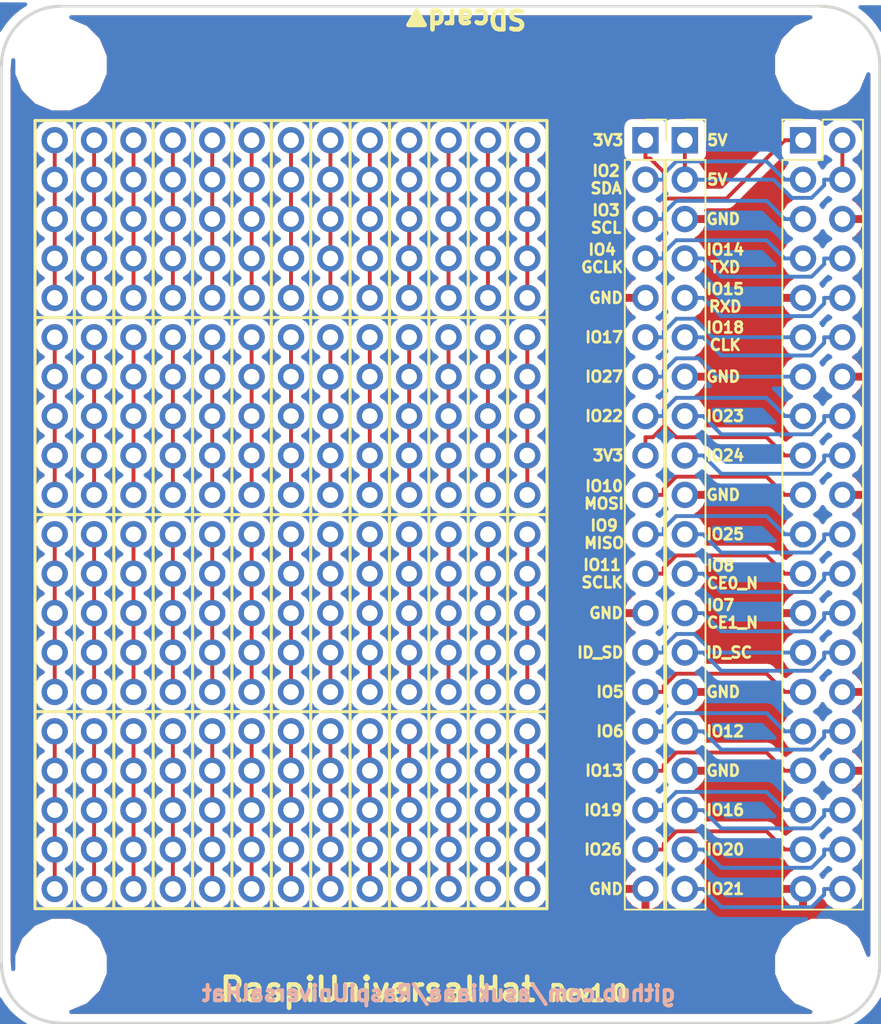
<source format=kicad_pcb>
(kicad_pcb (version 20171130) (host pcbnew 5.0.0-rc1-44a33f2~62~ubuntu17.10.1)
  (layers (0 F.Cu signal hide) (31 B.Cu signal hide) (34 B.Paste user) (35 F.Paste user) (36 B.SilkS user) (37 F.SilkS user) (38 B.Mask user) (39 F.Mask user) (44 Edge.Cuts user))
  (net 0 "")
  (net 1 GPIO19)
  (net 2 GPIO26)
  (net 3 GND)
  (net 4 +3V3)
  (net 5 "GPIO2(SDA1)")
  (net 6 "GPIO3(SCL1)")
  (net 7 "GPIO4(GCLK)")
  (net 8 "GPIO17(GEN0)")
  (net 9 "GPIO27(GEN2)")
  (net 10 "GPIO22(GEN3)")
  (net 11 "GPIO10(SPI_MOSI)")
  (net 12 "GPIO9(SPI_MISO)")
  (net 13 "GPIO11(SPI_SCLK)")
  (net 14 ID_SD)
  (net 15 GPIO5)
  (net 16 GPIO6)
  (net 17 GPIO13)
  (net 18 GPIO21)
  (net 19 GPIO20)
  (net 20 GPIO16)
  (net 21 GPIO12)
  (net 22 ID_SC)
  (net 23 "GPIO7(SPI_CE1)")
  (net 24 "GPIO8(SPI_CE0)")
  (net 25 "GPIO25(GEN6)")
  (net 26 "GPIO24(GEN5)")
  (net 27 "GPIO23(GEN4)")
  (net 28 "GPIO18(GEN1)")
  (net 29 "GPIO15(RXD)")
  (net 30 "GPIO14(TXD)")
  (net 31 +5C)
  (net 32 "Net-(J4-Pad1)")
  (net 33 "Net-(J5-Pad1)")
  (net 34 "Net-(J9-Pad1)")
  (net 35 "Net-(J10-Pad1)")
  (net 36 "Net-(J12-Pad1)")
  (net 37 "Net-(J13-Pad1)")
  (net 38 "Net-(J15-Pad1)")
  (net 39 "Net-(J16-Pad1)")
  (net 40 "Net-(J17-Pad1)")
  (net 41 "Net-(J18-Pad1)")
  (net 42 "Net-(J19-Pad1)")
  (net 43 "Net-(J21-Pad1)")
  (net 44 "Net-(J22-Pad1)")
  (net 45 "Net-(J23-Pad1)")
  (net 46 "Net-(J24-Pad1)")
  (net 47 "Net-(J25-Pad1)")
  (net 48 "Net-(J26-Pad1)")
  (net 49 "Net-(J27-Pad1)")
  (net 50 "Net-(J28-Pad1)")
  (net 51 "Net-(J29-Pad1)")
  (net 52 "Net-(J30-Pad1)")
  (net 53 "Net-(J32-Pad1)")
  (net 54 "Net-(J33-Pad1)")
  (net 55 "Net-(J34-Pad1)")
  (net 56 "Net-(J35-Pad1)")
  (net 57 "Net-(J36-Pad1)")
  (net 58 "Net-(J37-Pad1)")
  (net 59 "Net-(J38-Pad1)")
  (net 60 "Net-(J39-Pad1)")
  (net 61 "Net-(J40-Pad1)")
  (net 62 "Net-(J41-Pad1)")
  (net 63 "Net-(J42-Pad1)")
  (net 64 "Net-(J43-Pad1)")
  (net 65 "Net-(J44-Pad1)")
  (net 66 "Net-(J45-Pad1)")
  (net 67 "Net-(J46-Pad1)")
  (net 68 "Net-(J47-Pad1)")
  (net 69 "Net-(J48-Pad1)")
  (net 70 "Net-(J49-Pad1)")
  (net 71 "Net-(J50-Pad1)")
  (net 72 "Net-(J51-Pad1)")
  (net 73 "Net-(J52-Pad1)")
  (net 74 "Net-(J53-Pad1)")
  (net 75 "Net-(J54-Pad1)")
  (net 76 "Net-(J55-Pad1)")
  (net 77 "Net-(J57-Pad1)")
  (net 78 "Net-(J58-Pad1)")
  (net 79 "Net-(J59-Pad1)")
  (net 80 "Net-(J61-Pad1)")
  (net 81 "Net-(J62-Pad1)")
  (net 82 "Net-(J63-Pad1)")
  (net 83 "Net-(J64-Pad1)")
  (module Footprints:LargeClearanceMountingHole_2.7mm (layer F.Cu) (at 76.095 129.33)
    (fp_text reference REF4 hide)
    (fp_text value MountingHole_2.7mm hide)
    (pad "" np_thru_hole circle (at 0 0) (size 2.7 2.7) (drill 2.7) (layers *.Cu *.Mask) (clearance 1.6))
  )
  (module Footprints:LargeClearanceMountingHole_2.7mm (layer F.Cu) (at 125.095 129.33)
    (fp_text reference REF3 hide)
    (fp_text value MountingHole_2.7mm hide)
    (pad "" np_thru_hole circle (at 0 0) (size 2.7 2.7) (drill 2.7) (layers *.Cu *.Mask) (clearance 1.6))
  )
  (module Footprints:LargeClearanceMountingHole_2.7mm (layer F.Cu) (at 76.095 71.33)
    (fp_text reference REF1 hide)
    (fp_text value MountingHole_2.7mm hide)
    (pad "" np_thru_hole circle (at 0 0) (size 2.7 2.7) (drill 2.7) (layers *.Cu *.Mask) (clearance 1.6))
  )
  (module Footprints:LargeClearanceMountingHole_2.7mm (layer F.Cu) (at 125.095 71.33)
    (fp_text reference REF2 hide)
    (fp_text value MountingHole_2.7mm hide)
    (pad "" np_thru_hole circle (at 0 0) (size 2.7 2.7) (drill 2.7) (layers *.Cu *.Mask) (clearance 1.6))
  )
  (module Footprints:NoMarkedPinSocket_1x05_P2.54mm (layer F.Cu) (at 80.772 114.3)
    (fp_text reference J22 hide)
    (fp_text value Conn_01x05 hide)
    (pad 1 thru_hole oval (at 0 0) (size 1.7 1.7) (drill 1) (layers *.Cu *.Mask) (net 44 "Net-(J22-Pad1)"))
    (pad 2 thru_hole oval (at 0 2.54) (size 1.7 1.7) (drill 1) (layers *.Cu *.Mask) (net 44 "Net-(J22-Pad1)"))
    (pad 3 thru_hole oval (at 0 5.08) (size 1.7 1.7) (drill 1) (layers *.Cu *.Mask) (net 44 "Net-(J22-Pad1)"))
    (pad 4 thru_hole oval (at 0 7.62) (size 1.7 1.7) (drill 1) (layers *.Cu *.Mask) (net 44 "Net-(J22-Pad1)"))
    (pad 5 thru_hole oval (at 0 10.16) (size 1.7 1.7) (drill 1) (layers *.Cu *.Mask) (net 44 "Net-(J22-Pad1)"))
  )
  (module Connector_PinHeader_2.54mm:PinHeader_2x20_P2.54mm_Vertical (layer F.Cu) (at 123.952 76.2)
    (fp_text reference J1 hide)
    (fp_text value Raspberry_Pi_2_3 hide)
    (pad 1 thru_hole rect (at 0 0) (size 1.7 1.7) (drill 1) (layers *.Cu *.Mask) (net 4 +3V3))
    (pad 2 thru_hole oval (at 2.54 0) (size 1.7 1.7) (drill 1) (layers *.Cu *.Mask) (net 31 +5C))
    (pad 3 thru_hole oval (at 0 2.54) (size 1.7 1.7) (drill 1) (layers *.Cu *.Mask) (net 5 "GPIO2(SDA1)"))
    (pad 4 thru_hole oval (at 2.54 2.54) (size 1.7 1.7) (drill 1) (layers *.Cu *.Mask) (net 31 +5C))
    (pad 5 thru_hole oval (at 0 5.08) (size 1.7 1.7) (drill 1) (layers *.Cu *.Mask) (net 6 "GPIO3(SCL1)"))
    (pad 6 thru_hole oval (at 2.54 5.08) (size 1.7 1.7) (drill 1) (layers *.Cu *.Mask) (net 3 GND))
    (pad 7 thru_hole oval (at 0 7.62) (size 1.7 1.7) (drill 1) (layers *.Cu *.Mask) (net 7 "GPIO4(GCLK)"))
    (pad 8 thru_hole oval (at 2.54 7.62) (size 1.7 1.7) (drill 1) (layers *.Cu *.Mask) (net 30 "GPIO14(TXD)"))
    (pad 9 thru_hole oval (at 0 10.16) (size 1.7 1.7) (drill 1) (layers *.Cu *.Mask) (net 3 GND))
    (pad 10 thru_hole oval (at 2.54 10.16) (size 1.7 1.7) (drill 1) (layers *.Cu *.Mask) (net 29 "GPIO15(RXD)"))
    (pad 11 thru_hole oval (at 0 12.7) (size 1.7 1.7) (drill 1) (layers *.Cu *.Mask) (net 8 "GPIO17(GEN0)"))
    (pad 12 thru_hole oval (at 2.54 12.7) (size 1.7 1.7) (drill 1) (layers *.Cu *.Mask) (net 28 "GPIO18(GEN1)"))
    (pad 13 thru_hole oval (at 0 15.24) (size 1.7 1.7) (drill 1) (layers *.Cu *.Mask) (net 9 "GPIO27(GEN2)"))
    (pad 14 thru_hole oval (at 2.54 15.24) (size 1.7 1.7) (drill 1) (layers *.Cu *.Mask) (net 3 GND))
    (pad 15 thru_hole oval (at 0 17.78) (size 1.7 1.7) (drill 1) (layers *.Cu *.Mask) (net 10 "GPIO22(GEN3)"))
    (pad 16 thru_hole oval (at 2.54 17.78) (size 1.7 1.7) (drill 1) (layers *.Cu *.Mask) (net 27 "GPIO23(GEN4)"))
    (pad 17 thru_hole oval (at 0 20.32) (size 1.7 1.7) (drill 1) (layers *.Cu *.Mask) (net 4 +3V3))
    (pad 18 thru_hole oval (at 2.54 20.32) (size 1.7 1.7) (drill 1) (layers *.Cu *.Mask) (net 26 "GPIO24(GEN5)"))
    (pad 19 thru_hole oval (at 0 22.86) (size 1.7 1.7) (drill 1) (layers *.Cu *.Mask) (net 11 "GPIO10(SPI_MOSI)"))
    (pad 20 thru_hole oval (at 2.54 22.86) (size 1.7 1.7) (drill 1) (layers *.Cu *.Mask) (net 3 GND))
    (pad 21 thru_hole oval (at 0 25.4) (size 1.7 1.7) (drill 1) (layers *.Cu *.Mask) (net 12 "GPIO9(SPI_MISO)"))
    (pad 22 thru_hole oval (at 2.54 25.4) (size 1.7 1.7) (drill 1) (layers *.Cu *.Mask) (net 25 "GPIO25(GEN6)"))
    (pad 23 thru_hole oval (at 0 27.94) (size 1.7 1.7) (drill 1) (layers *.Cu *.Mask) (net 13 "GPIO11(SPI_SCLK)"))
    (pad 24 thru_hole oval (at 2.54 27.94) (size 1.7 1.7) (drill 1) (layers *.Cu *.Mask) (net 24 "GPIO8(SPI_CE0)"))
    (pad 25 thru_hole oval (at 0 30.48) (size 1.7 1.7) (drill 1) (layers *.Cu *.Mask) (net 3 GND))
    (pad 26 thru_hole oval (at 2.54 30.48) (size 1.7 1.7) (drill 1) (layers *.Cu *.Mask) (net 23 "GPIO7(SPI_CE1)"))
    (pad 27 thru_hole oval (at 0 33.02) (size 1.7 1.7) (drill 1) (layers *.Cu *.Mask) (net 14 ID_SD))
    (pad 28 thru_hole oval (at 2.54 33.02) (size 1.7 1.7) (drill 1) (layers *.Cu *.Mask) (net 22 ID_SC))
    (pad 29 thru_hole oval (at 0 35.56) (size 1.7 1.7) (drill 1) (layers *.Cu *.Mask) (net 15 GPIO5))
    (pad 30 thru_hole oval (at 2.54 35.56) (size 1.7 1.7) (drill 1) (layers *.Cu *.Mask) (net 3 GND))
    (pad 31 thru_hole oval (at 0 38.1) (size 1.7 1.7) (drill 1) (layers *.Cu *.Mask) (net 16 GPIO6))
    (pad 32 thru_hole oval (at 2.54 38.1) (size 1.7 1.7) (drill 1) (layers *.Cu *.Mask) (net 21 GPIO12))
    (pad 33 thru_hole oval (at 0 40.64) (size 1.7 1.7) (drill 1) (layers *.Cu *.Mask) (net 17 GPIO13))
    (pad 34 thru_hole oval (at 2.54 40.64) (size 1.7 1.7) (drill 1) (layers *.Cu *.Mask) (net 3 GND))
    (pad 35 thru_hole oval (at 0 43.18) (size 1.7 1.7) (drill 1) (layers *.Cu *.Mask) (net 1 GPIO19))
    (pad 36 thru_hole oval (at 2.54 43.18) (size 1.7 1.7) (drill 1) (layers *.Cu *.Mask) (net 20 GPIO16))
    (pad 37 thru_hole oval (at 0 45.72) (size 1.7 1.7) (drill 1) (layers *.Cu *.Mask) (net 2 GPIO26))
    (pad 38 thru_hole oval (at 2.54 45.72) (size 1.7 1.7) (drill 1) (layers *.Cu *.Mask) (net 19 GPIO20))
    (pad 39 thru_hole oval (at 0 48.26) (size 1.7 1.7) (drill 1) (layers *.Cu *.Mask) (net 3 GND))
    (pad 40 thru_hole oval (at 2.54 48.26) (size 1.7 1.7) (drill 1) (layers *.Cu *.Mask) (net 18 GPIO21))
  )
  (module Footprints:NoMarkedPinSocket_1x05_P2.54mm (layer F.Cu) (at 93.472 114.3)
    (fp_text reference J9 hide)
    (fp_text value Conn_01x05 hide)
    (pad 5 thru_hole oval (at 0 10.16) (size 1.7 1.7) (drill 1) (layers *.Cu *.Mask) (net 34 "Net-(J9-Pad1)"))
    (pad 4 thru_hole oval (at 0 7.62) (size 1.7 1.7) (drill 1) (layers *.Cu *.Mask) (net 34 "Net-(J9-Pad1)"))
    (pad 3 thru_hole oval (at 0 5.08) (size 1.7 1.7) (drill 1) (layers *.Cu *.Mask) (net 34 "Net-(J9-Pad1)"))
    (pad 2 thru_hole oval (at 0 2.54) (size 1.7 1.7) (drill 1) (layers *.Cu *.Mask) (net 34 "Net-(J9-Pad1)"))
    (pad 1 thru_hole oval (at 0 0) (size 1.7 1.7) (drill 1) (layers *.Cu *.Mask) (net 34 "Net-(J9-Pad1)"))
  )
  (module Footprints:NoMarkedPinSocket_1x05_P2.54mm (layer F.Cu) (at 101.092 76.2)
    (fp_text reference J10 hide)
    (fp_text value Conn_01x05 hide)
    (pad 1 thru_hole oval (at 0 0) (size 1.7 1.7) (drill 1) (layers *.Cu *.Mask) (net 35 "Net-(J10-Pad1)"))
    (pad 2 thru_hole oval (at 0 2.54) (size 1.7 1.7) (drill 1) (layers *.Cu *.Mask) (net 35 "Net-(J10-Pad1)"))
    (pad 3 thru_hole oval (at 0 5.08) (size 1.7 1.7) (drill 1) (layers *.Cu *.Mask) (net 35 "Net-(J10-Pad1)"))
    (pad 4 thru_hole oval (at 0 7.62) (size 1.7 1.7) (drill 1) (layers *.Cu *.Mask) (net 35 "Net-(J10-Pad1)"))
    (pad 5 thru_hole oval (at 0 10.16) (size 1.7 1.7) (drill 1) (layers *.Cu *.Mask) (net 35 "Net-(J10-Pad1)"))
  )
  (module Footprints:NoMarkedPinSocket_1x05_P2.54mm (layer F.Cu) (at 90.932 114.3)
    (fp_text reference J12 hide)
    (fp_text value Conn_01x05 hide)
    (pad 1 thru_hole oval (at 0 0) (size 1.7 1.7) (drill 1) (layers *.Cu *.Mask) (net 36 "Net-(J12-Pad1)"))
    (pad 2 thru_hole oval (at 0 2.54) (size 1.7 1.7) (drill 1) (layers *.Cu *.Mask) (net 36 "Net-(J12-Pad1)"))
    (pad 3 thru_hole oval (at 0 5.08) (size 1.7 1.7) (drill 1) (layers *.Cu *.Mask) (net 36 "Net-(J12-Pad1)"))
    (pad 4 thru_hole oval (at 0 7.62) (size 1.7 1.7) (drill 1) (layers *.Cu *.Mask) (net 36 "Net-(J12-Pad1)"))
    (pad 5 thru_hole oval (at 0 10.16) (size 1.7 1.7) (drill 1) (layers *.Cu *.Mask) (net 36 "Net-(J12-Pad1)"))
  )
  (module Footprints:NoMarkedPinSocket_1x05_P2.54mm (layer F.Cu) (at 75.692 76.2)
    (fp_text reference J13 hide)
    (fp_text value Conn_01x05 hide)
    (pad 5 thru_hole oval (at 0 10.16) (size 1.7 1.7) (drill 1) (layers *.Cu *.Mask) (net 37 "Net-(J13-Pad1)"))
    (pad 4 thru_hole oval (at 0 7.62) (size 1.7 1.7) (drill 1) (layers *.Cu *.Mask) (net 37 "Net-(J13-Pad1)"))
    (pad 3 thru_hole oval (at 0 5.08) (size 1.7 1.7) (drill 1) (layers *.Cu *.Mask) (net 37 "Net-(J13-Pad1)"))
    (pad 2 thru_hole oval (at 0 2.54) (size 1.7 1.7) (drill 1) (layers *.Cu *.Mask) (net 37 "Net-(J13-Pad1)"))
    (pad 1 thru_hole oval (at 0 0) (size 1.7 1.7) (drill 1) (layers *.Cu *.Mask) (net 37 "Net-(J13-Pad1)"))
  )
  (module Footprints:NoMarkedPinSocket_1x05_P2.54mm (layer F.Cu) (at 98.552 76.2)
    (fp_text reference J15 hide)
    (fp_text value Conn_01x05 hide)
    (pad 5 thru_hole oval (at 0 10.16) (size 1.7 1.7) (drill 1) (layers *.Cu *.Mask) (net 38 "Net-(J15-Pad1)"))
    (pad 4 thru_hole oval (at 0 7.62) (size 1.7 1.7) (drill 1) (layers *.Cu *.Mask) (net 38 "Net-(J15-Pad1)"))
    (pad 3 thru_hole oval (at 0 5.08) (size 1.7 1.7) (drill 1) (layers *.Cu *.Mask) (net 38 "Net-(J15-Pad1)"))
    (pad 2 thru_hole oval (at 0 2.54) (size 1.7 1.7) (drill 1) (layers *.Cu *.Mask) (net 38 "Net-(J15-Pad1)"))
    (pad 1 thru_hole oval (at 0 0) (size 1.7 1.7) (drill 1) (layers *.Cu *.Mask) (net 38 "Net-(J15-Pad1)"))
  )
  (module Footprints:NoMarkedPinSocket_1x05_P2.54mm (layer F.Cu) (at 96.012 76.2)
    (fp_text reference J16 hide)
    (fp_text value Conn_01x05 hide)
    (pad 1 thru_hole oval (at 0 0) (size 1.7 1.7) (drill 1) (layers *.Cu *.Mask) (net 39 "Net-(J16-Pad1)"))
    (pad 2 thru_hole oval (at 0 2.54) (size 1.7 1.7) (drill 1) (layers *.Cu *.Mask) (net 39 "Net-(J16-Pad1)"))
    (pad 3 thru_hole oval (at 0 5.08) (size 1.7 1.7) (drill 1) (layers *.Cu *.Mask) (net 39 "Net-(J16-Pad1)"))
    (pad 4 thru_hole oval (at 0 7.62) (size 1.7 1.7) (drill 1) (layers *.Cu *.Mask) (net 39 "Net-(J16-Pad1)"))
    (pad 5 thru_hole oval (at 0 10.16) (size 1.7 1.7) (drill 1) (layers *.Cu *.Mask) (net 39 "Net-(J16-Pad1)"))
  )
  (module Footprints:NoMarkedPinSocket_1x05_P2.54mm (layer F.Cu) (at 98.552 114.3)
    (fp_text reference J17 hide)
    (fp_text value Conn_01x05 hide)
    (pad 5 thru_hole oval (at 0 10.16) (size 1.7 1.7) (drill 1) (layers *.Cu *.Mask) (net 40 "Net-(J17-Pad1)"))
    (pad 4 thru_hole oval (at 0 7.62) (size 1.7 1.7) (drill 1) (layers *.Cu *.Mask) (net 40 "Net-(J17-Pad1)"))
    (pad 3 thru_hole oval (at 0 5.08) (size 1.7 1.7) (drill 1) (layers *.Cu *.Mask) (net 40 "Net-(J17-Pad1)"))
    (pad 2 thru_hole oval (at 0 2.54) (size 1.7 1.7) (drill 1) (layers *.Cu *.Mask) (net 40 "Net-(J17-Pad1)"))
    (pad 1 thru_hole oval (at 0 0) (size 1.7 1.7) (drill 1) (layers *.Cu *.Mask) (net 40 "Net-(J17-Pad1)"))
  )
  (module Footprints:NoMarkedPinSocket_1x05_P2.54mm (layer F.Cu) (at 93.472 76.2)
    (fp_text reference J18 hide)
    (fp_text value Conn_01x05 hide)
    (pad 5 thru_hole oval (at 0 10.16) (size 1.7 1.7) (drill 1) (layers *.Cu *.Mask) (net 41 "Net-(J18-Pad1)"))
    (pad 4 thru_hole oval (at 0 7.62) (size 1.7 1.7) (drill 1) (layers *.Cu *.Mask) (net 41 "Net-(J18-Pad1)"))
    (pad 3 thru_hole oval (at 0 5.08) (size 1.7 1.7) (drill 1) (layers *.Cu *.Mask) (net 41 "Net-(J18-Pad1)"))
    (pad 2 thru_hole oval (at 0 2.54) (size 1.7 1.7) (drill 1) (layers *.Cu *.Mask) (net 41 "Net-(J18-Pad1)"))
    (pad 1 thru_hole oval (at 0 0) (size 1.7 1.7) (drill 1) (layers *.Cu *.Mask) (net 41 "Net-(J18-Pad1)"))
  )
  (module Footprints:NoMarkedPinSocket_1x05_P2.54mm (layer F.Cu) (at 75.692 114.3)
    (fp_text reference J19 hide)
    (fp_text value Conn_01x05 hide)
    (pad 1 thru_hole oval (at 0 0) (size 1.7 1.7) (drill 1) (layers *.Cu *.Mask) (net 42 "Net-(J19-Pad1)"))
    (pad 2 thru_hole oval (at 0 2.54) (size 1.7 1.7) (drill 1) (layers *.Cu *.Mask) (net 42 "Net-(J19-Pad1)"))
    (pad 3 thru_hole oval (at 0 5.08) (size 1.7 1.7) (drill 1) (layers *.Cu *.Mask) (net 42 "Net-(J19-Pad1)"))
    (pad 4 thru_hole oval (at 0 7.62) (size 1.7 1.7) (drill 1) (layers *.Cu *.Mask) (net 42 "Net-(J19-Pad1)"))
    (pad 5 thru_hole oval (at 0 10.16) (size 1.7 1.7) (drill 1) (layers *.Cu *.Mask) (net 42 "Net-(J19-Pad1)"))
  )
  (module Footprints:NoMarkedPinSocket_1x05_P2.54mm (layer F.Cu) (at 96.012 114.3)
    (fp_text reference J21 hide)
    (fp_text value Conn_01x05 hide)
    (pad 5 thru_hole oval (at 0 10.16) (size 1.7 1.7) (drill 1) (layers *.Cu *.Mask) (net 43 "Net-(J21-Pad1)"))
    (pad 4 thru_hole oval (at 0 7.62) (size 1.7 1.7) (drill 1) (layers *.Cu *.Mask) (net 43 "Net-(J21-Pad1)"))
    (pad 3 thru_hole oval (at 0 5.08) (size 1.7 1.7) (drill 1) (layers *.Cu *.Mask) (net 43 "Net-(J21-Pad1)"))
    (pad 2 thru_hole oval (at 0 2.54) (size 1.7 1.7) (drill 1) (layers *.Cu *.Mask) (net 43 "Net-(J21-Pad1)"))
    (pad 1 thru_hole oval (at 0 0) (size 1.7 1.7) (drill 1) (layers *.Cu *.Mask) (net 43 "Net-(J21-Pad1)"))
  )
  (module Footprints:NoMarkedPinSocket_1x05_P2.54mm (layer F.Cu) (at 90.932 76.2)
    (fp_text reference J23 hide)
    (fp_text value Conn_01x05 hide)
    (pad 5 thru_hole oval (at 0 10.16) (size 1.7 1.7) (drill 1) (layers *.Cu *.Mask) (net 45 "Net-(J23-Pad1)"))
    (pad 4 thru_hole oval (at 0 7.62) (size 1.7 1.7) (drill 1) (layers *.Cu *.Mask) (net 45 "Net-(J23-Pad1)"))
    (pad 3 thru_hole oval (at 0 5.08) (size 1.7 1.7) (drill 1) (layers *.Cu *.Mask) (net 45 "Net-(J23-Pad1)"))
    (pad 2 thru_hole oval (at 0 2.54) (size 1.7 1.7) (drill 1) (layers *.Cu *.Mask) (net 45 "Net-(J23-Pad1)"))
    (pad 1 thru_hole oval (at 0 0) (size 1.7 1.7) (drill 1) (layers *.Cu *.Mask) (net 45 "Net-(J23-Pad1)"))
  )
  (module Footprints:NoMarkedPinSocket_1x05_P2.54mm (layer F.Cu) (at 88.392 76.2)
    (fp_text reference J24 hide)
    (fp_text value Conn_01x05 hide)
    (pad 1 thru_hole oval (at 0 0) (size 1.7 1.7) (drill 1) (layers *.Cu *.Mask) (net 46 "Net-(J24-Pad1)"))
    (pad 2 thru_hole oval (at 0 2.54) (size 1.7 1.7) (drill 1) (layers *.Cu *.Mask) (net 46 "Net-(J24-Pad1)"))
    (pad 3 thru_hole oval (at 0 5.08) (size 1.7 1.7) (drill 1) (layers *.Cu *.Mask) (net 46 "Net-(J24-Pad1)"))
    (pad 4 thru_hole oval (at 0 7.62) (size 1.7 1.7) (drill 1) (layers *.Cu *.Mask) (net 46 "Net-(J24-Pad1)"))
    (pad 5 thru_hole oval (at 0 10.16) (size 1.7 1.7) (drill 1) (layers *.Cu *.Mask) (net 46 "Net-(J24-Pad1)"))
  )
  (module Footprints:NoMarkedPinSocket_1x05_P2.54mm (layer F.Cu) (at 85.852 76.2)
    (fp_text reference J25 hide)
    (fp_text value Conn_01x05 hide)
    (pad 5 thru_hole oval (at 0 10.16) (size 1.7 1.7) (drill 1) (layers *.Cu *.Mask) (net 47 "Net-(J25-Pad1)"))
    (pad 4 thru_hole oval (at 0 7.62) (size 1.7 1.7) (drill 1) (layers *.Cu *.Mask) (net 47 "Net-(J25-Pad1)"))
    (pad 3 thru_hole oval (at 0 5.08) (size 1.7 1.7) (drill 1) (layers *.Cu *.Mask) (net 47 "Net-(J25-Pad1)"))
    (pad 2 thru_hole oval (at 0 2.54) (size 1.7 1.7) (drill 1) (layers *.Cu *.Mask) (net 47 "Net-(J25-Pad1)"))
    (pad 1 thru_hole oval (at 0 0) (size 1.7 1.7) (drill 1) (layers *.Cu *.Mask) (net 47 "Net-(J25-Pad1)"))
  )
  (module Footprints:NoMarkedPinSocket_1x05_P2.54mm (layer F.Cu) (at 83.312 76.2)
    (fp_text reference J26 hide)
    (fp_text value Conn_01x05 hide)
    (pad 1 thru_hole oval (at 0 0) (size 1.7 1.7) (drill 1) (layers *.Cu *.Mask) (net 48 "Net-(J26-Pad1)"))
    (pad 2 thru_hole oval (at 0 2.54) (size 1.7 1.7) (drill 1) (layers *.Cu *.Mask) (net 48 "Net-(J26-Pad1)"))
    (pad 3 thru_hole oval (at 0 5.08) (size 1.7 1.7) (drill 1) (layers *.Cu *.Mask) (net 48 "Net-(J26-Pad1)"))
    (pad 4 thru_hole oval (at 0 7.62) (size 1.7 1.7) (drill 1) (layers *.Cu *.Mask) (net 48 "Net-(J26-Pad1)"))
    (pad 5 thru_hole oval (at 0 10.16) (size 1.7 1.7) (drill 1) (layers *.Cu *.Mask) (net 48 "Net-(J26-Pad1)"))
  )
  (module Footprints:NoMarkedPinSocket_1x05_P2.54mm (layer F.Cu) (at 85.852 114.3)
    (fp_text reference J27 hide)
    (fp_text value Conn_01x05 hide)
    (pad 5 thru_hole oval (at 0 10.16) (size 1.7 1.7) (drill 1) (layers *.Cu *.Mask) (net 49 "Net-(J27-Pad1)"))
    (pad 4 thru_hole oval (at 0 7.62) (size 1.7 1.7) (drill 1) (layers *.Cu *.Mask) (net 49 "Net-(J27-Pad1)"))
    (pad 3 thru_hole oval (at 0 5.08) (size 1.7 1.7) (drill 1) (layers *.Cu *.Mask) (net 49 "Net-(J27-Pad1)"))
    (pad 2 thru_hole oval (at 0 2.54) (size 1.7 1.7) (drill 1) (layers *.Cu *.Mask) (net 49 "Net-(J27-Pad1)"))
    (pad 1 thru_hole oval (at 0 0) (size 1.7 1.7) (drill 1) (layers *.Cu *.Mask) (net 49 "Net-(J27-Pad1)"))
  )
  (module Footprints:NoMarkedPinSocket_1x05_P2.54mm (layer F.Cu) (at 75.692 88.9)
    (fp_text reference J28 hide)
    (fp_text value Conn_01x05 hide)
    (pad 1 thru_hole oval (at 0 0) (size 1.7 1.7) (drill 1) (layers *.Cu *.Mask) (net 50 "Net-(J28-Pad1)"))
    (pad 2 thru_hole oval (at 0 2.54) (size 1.7 1.7) (drill 1) (layers *.Cu *.Mask) (net 50 "Net-(J28-Pad1)"))
    (pad 3 thru_hole oval (at 0 5.08) (size 1.7 1.7) (drill 1) (layers *.Cu *.Mask) (net 50 "Net-(J28-Pad1)"))
    (pad 4 thru_hole oval (at 0 7.62) (size 1.7 1.7) (drill 1) (layers *.Cu *.Mask) (net 50 "Net-(J28-Pad1)"))
    (pad 5 thru_hole oval (at 0 10.16) (size 1.7 1.7) (drill 1) (layers *.Cu *.Mask) (net 50 "Net-(J28-Pad1)"))
  )
  (module Footprints:NoMarkedPinSocket_1x05_P2.54mm (layer F.Cu) (at 78.232 88.9)
    (fp_text reference J29 hide)
    (fp_text value Conn_01x05 hide)
    (pad 5 thru_hole oval (at 0 10.16) (size 1.7 1.7) (drill 1) (layers *.Cu *.Mask) (net 51 "Net-(J29-Pad1)"))
    (pad 4 thru_hole oval (at 0 7.62) (size 1.7 1.7) (drill 1) (layers *.Cu *.Mask) (net 51 "Net-(J29-Pad1)"))
    (pad 3 thru_hole oval (at 0 5.08) (size 1.7 1.7) (drill 1) (layers *.Cu *.Mask) (net 51 "Net-(J29-Pad1)"))
    (pad 2 thru_hole oval (at 0 2.54) (size 1.7 1.7) (drill 1) (layers *.Cu *.Mask) (net 51 "Net-(J29-Pad1)"))
    (pad 1 thru_hole oval (at 0 0) (size 1.7 1.7) (drill 1) (layers *.Cu *.Mask) (net 51 "Net-(J29-Pad1)"))
  )
  (module Footprints:NoMarkedPinSocket_1x05_P2.54mm (layer F.Cu) (at 78.232 114.3)
    (fp_text reference J30 hide)
    (fp_text value Conn_01x05 hide)
    (pad 1 thru_hole oval (at 0 0) (size 1.7 1.7) (drill 1) (layers *.Cu *.Mask) (net 52 "Net-(J30-Pad1)"))
    (pad 2 thru_hole oval (at 0 2.54) (size 1.7 1.7) (drill 1) (layers *.Cu *.Mask) (net 52 "Net-(J30-Pad1)"))
    (pad 3 thru_hole oval (at 0 5.08) (size 1.7 1.7) (drill 1) (layers *.Cu *.Mask) (net 52 "Net-(J30-Pad1)"))
    (pad 4 thru_hole oval (at 0 7.62) (size 1.7 1.7) (drill 1) (layers *.Cu *.Mask) (net 52 "Net-(J30-Pad1)"))
    (pad 5 thru_hole oval (at 0 10.16) (size 1.7 1.7) (drill 1) (layers *.Cu *.Mask) (net 52 "Net-(J30-Pad1)"))
  )
  (module Footprints:NoMarkedPinSocket_1x05_P2.54mm (layer F.Cu) (at 83.312 114.3)
    (fp_text reference J32 hide)
    (fp_text value Conn_01x05 hide)
    (pad 1 thru_hole oval (at 0 0) (size 1.7 1.7) (drill 1) (layers *.Cu *.Mask) (net 53 "Net-(J32-Pad1)"))
    (pad 2 thru_hole oval (at 0 2.54) (size 1.7 1.7) (drill 1) (layers *.Cu *.Mask) (net 53 "Net-(J32-Pad1)"))
    (pad 3 thru_hole oval (at 0 5.08) (size 1.7 1.7) (drill 1) (layers *.Cu *.Mask) (net 53 "Net-(J32-Pad1)"))
    (pad 4 thru_hole oval (at 0 7.62) (size 1.7 1.7) (drill 1) (layers *.Cu *.Mask) (net 53 "Net-(J32-Pad1)"))
    (pad 5 thru_hole oval (at 0 10.16) (size 1.7 1.7) (drill 1) (layers *.Cu *.Mask) (net 53 "Net-(J32-Pad1)"))
  )
  (module Footprints:NoMarkedPinSocket_1x05_P2.54mm (layer F.Cu) (at 103.632 114.3)
    (fp_text reference J33 hide)
    (fp_text value Conn_01x05 hide)
    (pad 1 thru_hole oval (at 0 0) (size 1.7 1.7) (drill 1) (layers *.Cu *.Mask) (net 54 "Net-(J33-Pad1)"))
    (pad 2 thru_hole oval (at 0 2.54) (size 1.7 1.7) (drill 1) (layers *.Cu *.Mask) (net 54 "Net-(J33-Pad1)"))
    (pad 3 thru_hole oval (at 0 5.08) (size 1.7 1.7) (drill 1) (layers *.Cu *.Mask) (net 54 "Net-(J33-Pad1)"))
    (pad 4 thru_hole oval (at 0 7.62) (size 1.7 1.7) (drill 1) (layers *.Cu *.Mask) (net 54 "Net-(J33-Pad1)"))
    (pad 5 thru_hole oval (at 0 10.16) (size 1.7 1.7) (drill 1) (layers *.Cu *.Mask) (net 54 "Net-(J33-Pad1)"))
  )
  (module Footprints:NoMarkedPinSocket_1x05_P2.54mm (layer F.Cu) (at 75.692 101.6)
    (fp_text reference J34 hide)
    (fp_text value Conn_01x05 hide)
    (pad 1 thru_hole oval (at 0 0) (size 1.7 1.7) (drill 1) (layers *.Cu *.Mask) (net 55 "Net-(J34-Pad1)"))
    (pad 2 thru_hole oval (at 0 2.54) (size 1.7 1.7) (drill 1) (layers *.Cu *.Mask) (net 55 "Net-(J34-Pad1)"))
    (pad 3 thru_hole oval (at 0 5.08) (size 1.7 1.7) (drill 1) (layers *.Cu *.Mask) (net 55 "Net-(J34-Pad1)"))
    (pad 4 thru_hole oval (at 0 7.62) (size 1.7 1.7) (drill 1) (layers *.Cu *.Mask) (net 55 "Net-(J34-Pad1)"))
    (pad 5 thru_hole oval (at 0 10.16) (size 1.7 1.7) (drill 1) (layers *.Cu *.Mask) (net 55 "Net-(J34-Pad1)"))
  )
  (module Footprints:NoMarkedPinSocket_1x05_P2.54mm (layer F.Cu) (at 101.092 114.3)
    (fp_text reference J35 hide)
    (fp_text value Conn_01x05 hide)
    (pad 5 thru_hole oval (at 0 10.16) (size 1.7 1.7) (drill 1) (layers *.Cu *.Mask) (net 56 "Net-(J35-Pad1)"))
    (pad 4 thru_hole oval (at 0 7.62) (size 1.7 1.7) (drill 1) (layers *.Cu *.Mask) (net 56 "Net-(J35-Pad1)"))
    (pad 3 thru_hole oval (at 0 5.08) (size 1.7 1.7) (drill 1) (layers *.Cu *.Mask) (net 56 "Net-(J35-Pad1)"))
    (pad 2 thru_hole oval (at 0 2.54) (size 1.7 1.7) (drill 1) (layers *.Cu *.Mask) (net 56 "Net-(J35-Pad1)"))
    (pad 1 thru_hole oval (at 0 0) (size 1.7 1.7) (drill 1) (layers *.Cu *.Mask) (net 56 "Net-(J35-Pad1)"))
  )
  (module Footprints:NoMarkedPinSocket_1x05_P2.54mm (layer F.Cu) (at 83.312 88.9)
    (fp_text reference J36 hide)
    (fp_text value Conn_01x05 hide)
    (pad 1 thru_hole oval (at 0 0) (size 1.7 1.7) (drill 1) (layers *.Cu *.Mask) (net 57 "Net-(J36-Pad1)"))
    (pad 2 thru_hole oval (at 0 2.54) (size 1.7 1.7) (drill 1) (layers *.Cu *.Mask) (net 57 "Net-(J36-Pad1)"))
    (pad 3 thru_hole oval (at 0 5.08) (size 1.7 1.7) (drill 1) (layers *.Cu *.Mask) (net 57 "Net-(J36-Pad1)"))
    (pad 4 thru_hole oval (at 0 7.62) (size 1.7 1.7) (drill 1) (layers *.Cu *.Mask) (net 57 "Net-(J36-Pad1)"))
    (pad 5 thru_hole oval (at 0 10.16) (size 1.7 1.7) (drill 1) (layers *.Cu *.Mask) (net 57 "Net-(J36-Pad1)"))
  )
  (module Footprints:NoMarkedPinSocket_1x05_P2.54mm (layer F.Cu) (at 106.172 114.3)
    (fp_text reference J37 hide)
    (fp_text value Conn_01x05 hide)
    (pad 5 thru_hole oval (at 0 10.16) (size 1.7 1.7) (drill 1) (layers *.Cu *.Mask) (net 58 "Net-(J37-Pad1)"))
    (pad 4 thru_hole oval (at 0 7.62) (size 1.7 1.7) (drill 1) (layers *.Cu *.Mask) (net 58 "Net-(J37-Pad1)"))
    (pad 3 thru_hole oval (at 0 5.08) (size 1.7 1.7) (drill 1) (layers *.Cu *.Mask) (net 58 "Net-(J37-Pad1)"))
    (pad 2 thru_hole oval (at 0 2.54) (size 1.7 1.7) (drill 1) (layers *.Cu *.Mask) (net 58 "Net-(J37-Pad1)"))
    (pad 1 thru_hole oval (at 0 0) (size 1.7 1.7) (drill 1) (layers *.Cu *.Mask) (net 58 "Net-(J37-Pad1)"))
  )
  (module Footprints:NoMarkedPinSocket_1x05_P2.54mm (layer F.Cu) (at 80.772 101.6)
    (fp_text reference J38 hide)
    (fp_text value Conn_01x05 hide)
    (pad 1 thru_hole oval (at 0 0) (size 1.7 1.7) (drill 1) (layers *.Cu *.Mask) (net 59 "Net-(J38-Pad1)"))
    (pad 2 thru_hole oval (at 0 2.54) (size 1.7 1.7) (drill 1) (layers *.Cu *.Mask) (net 59 "Net-(J38-Pad1)"))
    (pad 3 thru_hole oval (at 0 5.08) (size 1.7 1.7) (drill 1) (layers *.Cu *.Mask) (net 59 "Net-(J38-Pad1)"))
    (pad 4 thru_hole oval (at 0 7.62) (size 1.7 1.7) (drill 1) (layers *.Cu *.Mask) (net 59 "Net-(J38-Pad1)"))
    (pad 5 thru_hole oval (at 0 10.16) (size 1.7 1.7) (drill 1) (layers *.Cu *.Mask) (net 59 "Net-(J38-Pad1)"))
  )
  (module Footprints:NoMarkedPinSocket_1x05_P2.54mm (layer F.Cu) (at 88.392 114.3)
    (fp_text reference J39 hide)
    (fp_text value Conn_01x05 hide)
    (pad 5 thru_hole oval (at 0 10.16) (size 1.7 1.7) (drill 1) (layers *.Cu *.Mask) (net 60 "Net-(J39-Pad1)"))
    (pad 4 thru_hole oval (at 0 7.62) (size 1.7 1.7) (drill 1) (layers *.Cu *.Mask) (net 60 "Net-(J39-Pad1)"))
    (pad 3 thru_hole oval (at 0 5.08) (size 1.7 1.7) (drill 1) (layers *.Cu *.Mask) (net 60 "Net-(J39-Pad1)"))
    (pad 2 thru_hole oval (at 0 2.54) (size 1.7 1.7) (drill 1) (layers *.Cu *.Mask) (net 60 "Net-(J39-Pad1)"))
    (pad 1 thru_hole oval (at 0 0) (size 1.7 1.7) (drill 1) (layers *.Cu *.Mask) (net 60 "Net-(J39-Pad1)"))
  )
  (module Footprints:NoMarkedPinSocket_1x05_P2.54mm (layer F.Cu) (at 85.852 88.9)
    (fp_text reference J40 hide)
    (fp_text value Conn_01x05 hide)
    (pad 1 thru_hole oval (at 0 0) (size 1.7 1.7) (drill 1) (layers *.Cu *.Mask) (net 61 "Net-(J40-Pad1)"))
    (pad 2 thru_hole oval (at 0 2.54) (size 1.7 1.7) (drill 1) (layers *.Cu *.Mask) (net 61 "Net-(J40-Pad1)"))
    (pad 3 thru_hole oval (at 0 5.08) (size 1.7 1.7) (drill 1) (layers *.Cu *.Mask) (net 61 "Net-(J40-Pad1)"))
    (pad 4 thru_hole oval (at 0 7.62) (size 1.7 1.7) (drill 1) (layers *.Cu *.Mask) (net 61 "Net-(J40-Pad1)"))
    (pad 5 thru_hole oval (at 0 10.16) (size 1.7 1.7) (drill 1) (layers *.Cu *.Mask) (net 61 "Net-(J40-Pad1)"))
  )
  (module Footprints:NoMarkedPinSocket_1x05_P2.54mm (layer F.Cu) (at 101.092 88.9)
    (fp_text reference J41 hide)
    (fp_text value Conn_01x05 hide)
    (pad 1 thru_hole oval (at 0 0) (size 1.7 1.7) (drill 1) (layers *.Cu *.Mask) (net 62 "Net-(J41-Pad1)"))
    (pad 2 thru_hole oval (at 0 2.54) (size 1.7 1.7) (drill 1) (layers *.Cu *.Mask) (net 62 "Net-(J41-Pad1)"))
    (pad 3 thru_hole oval (at 0 5.08) (size 1.7 1.7) (drill 1) (layers *.Cu *.Mask) (net 62 "Net-(J41-Pad1)"))
    (pad 4 thru_hole oval (at 0 7.62) (size 1.7 1.7) (drill 1) (layers *.Cu *.Mask) (net 62 "Net-(J41-Pad1)"))
    (pad 5 thru_hole oval (at 0 10.16) (size 1.7 1.7) (drill 1) (layers *.Cu *.Mask) (net 62 "Net-(J41-Pad1)"))
  )
  (module Footprints:NoMarkedPinSocket_1x05_P2.54mm (layer F.Cu) (at 93.472 101.6)
    (fp_text reference J42 hide)
    (fp_text value Conn_01x05 hide)
    (pad 1 thru_hole oval (at 0 0) (size 1.7 1.7) (drill 1) (layers *.Cu *.Mask) (net 63 "Net-(J42-Pad1)"))
    (pad 2 thru_hole oval (at 0 2.54) (size 1.7 1.7) (drill 1) (layers *.Cu *.Mask) (net 63 "Net-(J42-Pad1)"))
    (pad 3 thru_hole oval (at 0 5.08) (size 1.7 1.7) (drill 1) (layers *.Cu *.Mask) (net 63 "Net-(J42-Pad1)"))
    (pad 4 thru_hole oval (at 0 7.62) (size 1.7 1.7) (drill 1) (layers *.Cu *.Mask) (net 63 "Net-(J42-Pad1)"))
    (pad 5 thru_hole oval (at 0 10.16) (size 1.7 1.7) (drill 1) (layers *.Cu *.Mask) (net 63 "Net-(J42-Pad1)"))
  )
  (module Footprints:NoMarkedPinSocket_1x05_P2.54mm (layer F.Cu) (at 78.232 101.6)
    (fp_text reference J43 hide)
    (fp_text value Conn_01x05 hide)
    (pad 5 thru_hole oval (at 0 10.16) (size 1.7 1.7) (drill 1) (layers *.Cu *.Mask) (net 64 "Net-(J43-Pad1)"))
    (pad 4 thru_hole oval (at 0 7.62) (size 1.7 1.7) (drill 1) (layers *.Cu *.Mask) (net 64 "Net-(J43-Pad1)"))
    (pad 3 thru_hole oval (at 0 5.08) (size 1.7 1.7) (drill 1) (layers *.Cu *.Mask) (net 64 "Net-(J43-Pad1)"))
    (pad 2 thru_hole oval (at 0 2.54) (size 1.7 1.7) (drill 1) (layers *.Cu *.Mask) (net 64 "Net-(J43-Pad1)"))
    (pad 1 thru_hole oval (at 0 0) (size 1.7 1.7) (drill 1) (layers *.Cu *.Mask) (net 64 "Net-(J43-Pad1)"))
  )
  (module Footprints:NoMarkedPinSocket_1x05_P2.54mm (layer F.Cu) (at 80.772 76.2)
    (fp_text reference J44 hide)
    (fp_text value Conn_01x05 hide)
    (pad 1 thru_hole oval (at 0 0) (size 1.7 1.7) (drill 1) (layers *.Cu *.Mask) (net 65 "Net-(J44-Pad1)"))
    (pad 2 thru_hole oval (at 0 2.54) (size 1.7 1.7) (drill 1) (layers *.Cu *.Mask) (net 65 "Net-(J44-Pad1)"))
    (pad 3 thru_hole oval (at 0 5.08) (size 1.7 1.7) (drill 1) (layers *.Cu *.Mask) (net 65 "Net-(J44-Pad1)"))
    (pad 4 thru_hole oval (at 0 7.62) (size 1.7 1.7) (drill 1) (layers *.Cu *.Mask) (net 65 "Net-(J44-Pad1)"))
    (pad 5 thru_hole oval (at 0 10.16) (size 1.7 1.7) (drill 1) (layers *.Cu *.Mask) (net 65 "Net-(J44-Pad1)"))
  )
  (module Footprints:NoMarkedPinSocket_1x05_P2.54mm (layer F.Cu) (at 103.632 88.9)
    (fp_text reference J45 hide)
    (fp_text value Conn_01x05 hide)
    (pad 5 thru_hole oval (at 0 10.16) (size 1.7 1.7) (drill 1) (layers *.Cu *.Mask) (net 66 "Net-(J45-Pad1)"))
    (pad 4 thru_hole oval (at 0 7.62) (size 1.7 1.7) (drill 1) (layers *.Cu *.Mask) (net 66 "Net-(J45-Pad1)"))
    (pad 3 thru_hole oval (at 0 5.08) (size 1.7 1.7) (drill 1) (layers *.Cu *.Mask) (net 66 "Net-(J45-Pad1)"))
    (pad 2 thru_hole oval (at 0 2.54) (size 1.7 1.7) (drill 1) (layers *.Cu *.Mask) (net 66 "Net-(J45-Pad1)"))
    (pad 1 thru_hole oval (at 0 0) (size 1.7 1.7) (drill 1) (layers *.Cu *.Mask) (net 66 "Net-(J45-Pad1)"))
  )
  (module Footprints:NoMarkedPinSocket_1x05_P2.54mm (layer F.Cu) (at 78.232 76.2)
    (fp_text reference J46 hide)
    (fp_text value Conn_01x05 hide)
    (pad 1 thru_hole oval (at 0 0) (size 1.7 1.7) (drill 1) (layers *.Cu *.Mask) (net 67 "Net-(J46-Pad1)"))
    (pad 2 thru_hole oval (at 0 2.54) (size 1.7 1.7) (drill 1) (layers *.Cu *.Mask) (net 67 "Net-(J46-Pad1)"))
    (pad 3 thru_hole oval (at 0 5.08) (size 1.7 1.7) (drill 1) (layers *.Cu *.Mask) (net 67 "Net-(J46-Pad1)"))
    (pad 4 thru_hole oval (at 0 7.62) (size 1.7 1.7) (drill 1) (layers *.Cu *.Mask) (net 67 "Net-(J46-Pad1)"))
    (pad 5 thru_hole oval (at 0 10.16) (size 1.7 1.7) (drill 1) (layers *.Cu *.Mask) (net 67 "Net-(J46-Pad1)"))
  )
  (module Footprints:NoMarkedPinSocket_1x05_P2.54mm (layer F.Cu) (at 83.312 101.6)
    (fp_text reference J47 hide)
    (fp_text value Conn_01x05 hide)
    (pad 5 thru_hole oval (at 0 10.16) (size 1.7 1.7) (drill 1) (layers *.Cu *.Mask) (net 68 "Net-(J47-Pad1)"))
    (pad 4 thru_hole oval (at 0 7.62) (size 1.7 1.7) (drill 1) (layers *.Cu *.Mask) (net 68 "Net-(J47-Pad1)"))
    (pad 3 thru_hole oval (at 0 5.08) (size 1.7 1.7) (drill 1) (layers *.Cu *.Mask) (net 68 "Net-(J47-Pad1)"))
    (pad 2 thru_hole oval (at 0 2.54) (size 1.7 1.7) (drill 1) (layers *.Cu *.Mask) (net 68 "Net-(J47-Pad1)"))
    (pad 1 thru_hole oval (at 0 0) (size 1.7 1.7) (drill 1) (layers *.Cu *.Mask) (net 68 "Net-(J47-Pad1)"))
  )
  (module Footprints:NoMarkedPinSocket_1x05_P2.54mm (layer F.Cu) (at 90.932 101.6)
    (fp_text reference J48 hide)
    (fp_text value Conn_01x05 hide)
    (pad 1 thru_hole oval (at 0 0) (size 1.7 1.7) (drill 1) (layers *.Cu *.Mask) (net 69 "Net-(J48-Pad1)"))
    (pad 2 thru_hole oval (at 0 2.54) (size 1.7 1.7) (drill 1) (layers *.Cu *.Mask) (net 69 "Net-(J48-Pad1)"))
    (pad 3 thru_hole oval (at 0 5.08) (size 1.7 1.7) (drill 1) (layers *.Cu *.Mask) (net 69 "Net-(J48-Pad1)"))
    (pad 4 thru_hole oval (at 0 7.62) (size 1.7 1.7) (drill 1) (layers *.Cu *.Mask) (net 69 "Net-(J48-Pad1)"))
    (pad 5 thru_hole oval (at 0 10.16) (size 1.7 1.7) (drill 1) (layers *.Cu *.Mask) (net 69 "Net-(J48-Pad1)"))
  )
  (module Footprints:NoMarkedPinSocket_1x05_P2.54mm (layer F.Cu) (at 106.172 88.9)
    (fp_text reference J49 hide)
    (fp_text value Conn_01x05 hide)
    (pad 5 thru_hole oval (at 0 10.16) (size 1.7 1.7) (drill 1) (layers *.Cu *.Mask) (net 70 "Net-(J49-Pad1)"))
    (pad 4 thru_hole oval (at 0 7.62) (size 1.7 1.7) (drill 1) (layers *.Cu *.Mask) (net 70 "Net-(J49-Pad1)"))
    (pad 3 thru_hole oval (at 0 5.08) (size 1.7 1.7) (drill 1) (layers *.Cu *.Mask) (net 70 "Net-(J49-Pad1)"))
    (pad 2 thru_hole oval (at 0 2.54) (size 1.7 1.7) (drill 1) (layers *.Cu *.Mask) (net 70 "Net-(J49-Pad1)"))
    (pad 1 thru_hole oval (at 0 0) (size 1.7 1.7) (drill 1) (layers *.Cu *.Mask) (net 70 "Net-(J49-Pad1)"))
  )
  (module Footprints:NoMarkedPinSocket_1x05_P2.54mm (layer F.Cu) (at 96.012 101.6)
    (fp_text reference J50 hide)
    (fp_text value Conn_01x05 hide)
    (pad 5 thru_hole oval (at 0 10.16) (size 1.7 1.7) (drill 1) (layers *.Cu *.Mask) (net 71 "Net-(J50-Pad1)"))
    (pad 4 thru_hole oval (at 0 7.62) (size 1.7 1.7) (drill 1) (layers *.Cu *.Mask) (net 71 "Net-(J50-Pad1)"))
    (pad 3 thru_hole oval (at 0 5.08) (size 1.7 1.7) (drill 1) (layers *.Cu *.Mask) (net 71 "Net-(J50-Pad1)"))
    (pad 2 thru_hole oval (at 0 2.54) (size 1.7 1.7) (drill 1) (layers *.Cu *.Mask) (net 71 "Net-(J50-Pad1)"))
    (pad 1 thru_hole oval (at 0 0) (size 1.7 1.7) (drill 1) (layers *.Cu *.Mask) (net 71 "Net-(J50-Pad1)"))
  )
  (module Footprints:NoMarkedPinSocket_1x05_P2.54mm (layer F.Cu) (at 85.852 101.6)
    (fp_text reference J51 hide)
    (fp_text value Conn_01x05 hide)
    (pad 5 thru_hole oval (at 0 10.16) (size 1.7 1.7) (drill 1) (layers *.Cu *.Mask) (net 72 "Net-(J51-Pad1)"))
    (pad 4 thru_hole oval (at 0 7.62) (size 1.7 1.7) (drill 1) (layers *.Cu *.Mask) (net 72 "Net-(J51-Pad1)"))
    (pad 3 thru_hole oval (at 0 5.08) (size 1.7 1.7) (drill 1) (layers *.Cu *.Mask) (net 72 "Net-(J51-Pad1)"))
    (pad 2 thru_hole oval (at 0 2.54) (size 1.7 1.7) (drill 1) (layers *.Cu *.Mask) (net 72 "Net-(J51-Pad1)"))
    (pad 1 thru_hole oval (at 0 0) (size 1.7 1.7) (drill 1) (layers *.Cu *.Mask) (net 72 "Net-(J51-Pad1)"))
  )
  (module Footprints:NoMarkedPinSocket_1x05_P2.54mm (layer F.Cu) (at 93.472 88.9)
    (fp_text reference J52 hide)
    (fp_text value Conn_01x05 hide)
    (pad 1 thru_hole oval (at 0 0) (size 1.7 1.7) (drill 1) (layers *.Cu *.Mask) (net 73 "Net-(J52-Pad1)"))
    (pad 2 thru_hole oval (at 0 2.54) (size 1.7 1.7) (drill 1) (layers *.Cu *.Mask) (net 73 "Net-(J52-Pad1)"))
    (pad 3 thru_hole oval (at 0 5.08) (size 1.7 1.7) (drill 1) (layers *.Cu *.Mask) (net 73 "Net-(J52-Pad1)"))
    (pad 4 thru_hole oval (at 0 7.62) (size 1.7 1.7) (drill 1) (layers *.Cu *.Mask) (net 73 "Net-(J52-Pad1)"))
    (pad 5 thru_hole oval (at 0 10.16) (size 1.7 1.7) (drill 1) (layers *.Cu *.Mask) (net 73 "Net-(J52-Pad1)"))
  )
  (module Footprints:NoMarkedPinSocket_1x05_P2.54mm (layer F.Cu) (at 90.932 88.9)
    (fp_text reference J53 hide)
    (fp_text value Conn_01x05 hide)
    (pad 5 thru_hole oval (at 0 10.16) (size 1.7 1.7) (drill 1) (layers *.Cu *.Mask) (net 74 "Net-(J53-Pad1)"))
    (pad 4 thru_hole oval (at 0 7.62) (size 1.7 1.7) (drill 1) (layers *.Cu *.Mask) (net 74 "Net-(J53-Pad1)"))
    (pad 3 thru_hole oval (at 0 5.08) (size 1.7 1.7) (drill 1) (layers *.Cu *.Mask) (net 74 "Net-(J53-Pad1)"))
    (pad 2 thru_hole oval (at 0 2.54) (size 1.7 1.7) (drill 1) (layers *.Cu *.Mask) (net 74 "Net-(J53-Pad1)"))
    (pad 1 thru_hole oval (at 0 0) (size 1.7 1.7) (drill 1) (layers *.Cu *.Mask) (net 74 "Net-(J53-Pad1)"))
  )
  (module Footprints:NoMarkedPinSocket_1x05_P2.54mm (layer F.Cu) (at 101.092 101.6)
    (fp_text reference J54 hide)
    (fp_text value Conn_01x05 hide)
    (pad 1 thru_hole oval (at 0 0) (size 1.7 1.7) (drill 1) (layers *.Cu *.Mask) (net 75 "Net-(J54-Pad1)"))
    (pad 2 thru_hole oval (at 0 2.54) (size 1.7 1.7) (drill 1) (layers *.Cu *.Mask) (net 75 "Net-(J54-Pad1)"))
    (pad 3 thru_hole oval (at 0 5.08) (size 1.7 1.7) (drill 1) (layers *.Cu *.Mask) (net 75 "Net-(J54-Pad1)"))
    (pad 4 thru_hole oval (at 0 7.62) (size 1.7 1.7) (drill 1) (layers *.Cu *.Mask) (net 75 "Net-(J54-Pad1)"))
    (pad 5 thru_hole oval (at 0 10.16) (size 1.7 1.7) (drill 1) (layers *.Cu *.Mask) (net 75 "Net-(J54-Pad1)"))
  )
  (module Footprints:NoMarkedPinSocket_1x05_P2.54mm (layer F.Cu) (at 96.012 88.9)
    (fp_text reference J55 hide)
    (fp_text value Conn_01x05 hide)
    (pad 5 thru_hole oval (at 0 10.16) (size 1.7 1.7) (drill 1) (layers *.Cu *.Mask) (net 76 "Net-(J55-Pad1)"))
    (pad 4 thru_hole oval (at 0 7.62) (size 1.7 1.7) (drill 1) (layers *.Cu *.Mask) (net 76 "Net-(J55-Pad1)"))
    (pad 3 thru_hole oval (at 0 5.08) (size 1.7 1.7) (drill 1) (layers *.Cu *.Mask) (net 76 "Net-(J55-Pad1)"))
    (pad 2 thru_hole oval (at 0 2.54) (size 1.7 1.7) (drill 1) (layers *.Cu *.Mask) (net 76 "Net-(J55-Pad1)"))
    (pad 1 thru_hole oval (at 0 0) (size 1.7 1.7) (drill 1) (layers *.Cu *.Mask) (net 76 "Net-(J55-Pad1)"))
  )
  (module Footprints:NoMarkedPinSocket_1x05_P2.54mm (layer F.Cu) (at 88.392 101.6)
    (fp_text reference J57 hide)
    (fp_text value Conn_01x05 hide)
    (pad 5 thru_hole oval (at 0 10.16) (size 1.7 1.7) (drill 1) (layers *.Cu *.Mask) (net 77 "Net-(J57-Pad1)"))
    (pad 4 thru_hole oval (at 0 7.62) (size 1.7 1.7) (drill 1) (layers *.Cu *.Mask) (net 77 "Net-(J57-Pad1)"))
    (pad 3 thru_hole oval (at 0 5.08) (size 1.7 1.7) (drill 1) (layers *.Cu *.Mask) (net 77 "Net-(J57-Pad1)"))
    (pad 2 thru_hole oval (at 0 2.54) (size 1.7 1.7) (drill 1) (layers *.Cu *.Mask) (net 77 "Net-(J57-Pad1)"))
    (pad 1 thru_hole oval (at 0 0) (size 1.7 1.7) (drill 1) (layers *.Cu *.Mask) (net 77 "Net-(J57-Pad1)"))
  )
  (module Footprints:NoMarkedPinSocket_1x05_P2.54mm (layer F.Cu) (at 106.172 101.6)
    (fp_text reference J58 hide)
    (fp_text value Conn_01x05 hide)
    (pad 5 thru_hole oval (at 0 10.16) (size 1.7 1.7) (drill 1) (layers *.Cu *.Mask) (net 78 "Net-(J58-Pad1)"))
    (pad 4 thru_hole oval (at 0 7.62) (size 1.7 1.7) (drill 1) (layers *.Cu *.Mask) (net 78 "Net-(J58-Pad1)"))
    (pad 3 thru_hole oval (at 0 5.08) (size 1.7 1.7) (drill 1) (layers *.Cu *.Mask) (net 78 "Net-(J58-Pad1)"))
    (pad 2 thru_hole oval (at 0 2.54) (size 1.7 1.7) (drill 1) (layers *.Cu *.Mask) (net 78 "Net-(J58-Pad1)"))
    (pad 1 thru_hole oval (at 0 0) (size 1.7 1.7) (drill 1) (layers *.Cu *.Mask) (net 78 "Net-(J58-Pad1)"))
  )
  (module Footprints:NoMarkedPinSocket_1x05_P2.54mm (layer F.Cu) (at 98.552 101.6)
    (fp_text reference J59 hide)
    (fp_text value Conn_01x05 hide)
    (pad 5 thru_hole oval (at 0 10.16) (size 1.7 1.7) (drill 1) (layers *.Cu *.Mask) (net 79 "Net-(J59-Pad1)"))
    (pad 4 thru_hole oval (at 0 7.62) (size 1.7 1.7) (drill 1) (layers *.Cu *.Mask) (net 79 "Net-(J59-Pad1)"))
    (pad 3 thru_hole oval (at 0 5.08) (size 1.7 1.7) (drill 1) (layers *.Cu *.Mask) (net 79 "Net-(J59-Pad1)"))
    (pad 2 thru_hole oval (at 0 2.54) (size 1.7 1.7) (drill 1) (layers *.Cu *.Mask) (net 79 "Net-(J59-Pad1)"))
    (pad 1 thru_hole oval (at 0 0) (size 1.7 1.7) (drill 1) (layers *.Cu *.Mask) (net 79 "Net-(J59-Pad1)"))
  )
  (module Footprints:NoMarkedPinSocket_1x05_P2.54mm (layer F.Cu) (at 98.552 88.9)
    (fp_text reference J61 hide)
    (fp_text value Conn_01x05 hide)
    (pad 5 thru_hole oval (at 0 10.16) (size 1.7 1.7) (drill 1) (layers *.Cu *.Mask) (net 80 "Net-(J61-Pad1)"))
    (pad 4 thru_hole oval (at 0 7.62) (size 1.7 1.7) (drill 1) (layers *.Cu *.Mask) (net 80 "Net-(J61-Pad1)"))
    (pad 3 thru_hole oval (at 0 5.08) (size 1.7 1.7) (drill 1) (layers *.Cu *.Mask) (net 80 "Net-(J61-Pad1)"))
    (pad 2 thru_hole oval (at 0 2.54) (size 1.7 1.7) (drill 1) (layers *.Cu *.Mask) (net 80 "Net-(J61-Pad1)"))
    (pad 1 thru_hole oval (at 0 0) (size 1.7 1.7) (drill 1) (layers *.Cu *.Mask) (net 80 "Net-(J61-Pad1)"))
  )
  (module Footprints:NoMarkedPinSocket_1x05_P2.54mm (layer F.Cu) (at 80.772 88.9)
    (fp_text reference J62 hide)
    (fp_text value Conn_01x05 hide)
    (pad 1 thru_hole oval (at 0 0) (size 1.7 1.7) (drill 1) (layers *.Cu *.Mask) (net 81 "Net-(J62-Pad1)"))
    (pad 2 thru_hole oval (at 0 2.54) (size 1.7 1.7) (drill 1) (layers *.Cu *.Mask) (net 81 "Net-(J62-Pad1)"))
    (pad 3 thru_hole oval (at 0 5.08) (size 1.7 1.7) (drill 1) (layers *.Cu *.Mask) (net 81 "Net-(J62-Pad1)"))
    (pad 4 thru_hole oval (at 0 7.62) (size 1.7 1.7) (drill 1) (layers *.Cu *.Mask) (net 81 "Net-(J62-Pad1)"))
    (pad 5 thru_hole oval (at 0 10.16) (size 1.7 1.7) (drill 1) (layers *.Cu *.Mask) (net 81 "Net-(J62-Pad1)"))
  )
  (module Footprints:NoMarkedPinSocket_1x05_P2.54mm (layer F.Cu) (at 103.632 101.6)
    (fp_text reference J63 hide)
    (fp_text value Conn_01x05 hide)
    (pad 5 thru_hole oval (at 0 10.16) (size 1.7 1.7) (drill 1) (layers *.Cu *.Mask) (net 82 "Net-(J63-Pad1)"))
    (pad 4 thru_hole oval (at 0 7.62) (size 1.7 1.7) (drill 1) (layers *.Cu *.Mask) (net 82 "Net-(J63-Pad1)"))
    (pad 3 thru_hole oval (at 0 5.08) (size 1.7 1.7) (drill 1) (layers *.Cu *.Mask) (net 82 "Net-(J63-Pad1)"))
    (pad 2 thru_hole oval (at 0 2.54) (size 1.7 1.7) (drill 1) (layers *.Cu *.Mask) (net 82 "Net-(J63-Pad1)"))
    (pad 1 thru_hole oval (at 0 0) (size 1.7 1.7) (drill 1) (layers *.Cu *.Mask) (net 82 "Net-(J63-Pad1)"))
  )
  (module Footprints:NoMarkedPinSocket_1x05_P2.54mm (layer F.Cu) (at 88.392 88.9)
    (fp_text reference J64 hide)
    (fp_text value Conn_01x05 hide)
    (pad 1 thru_hole oval (at 0 0) (size 1.7 1.7) (drill 1) (layers *.Cu *.Mask) (net 83 "Net-(J64-Pad1)"))
    (pad 2 thru_hole oval (at 0 2.54) (size 1.7 1.7) (drill 1) (layers *.Cu *.Mask) (net 83 "Net-(J64-Pad1)"))
    (pad 3 thru_hole oval (at 0 5.08) (size 1.7 1.7) (drill 1) (layers *.Cu *.Mask) (net 83 "Net-(J64-Pad1)"))
    (pad 4 thru_hole oval (at 0 7.62) (size 1.7 1.7) (drill 1) (layers *.Cu *.Mask) (net 83 "Net-(J64-Pad1)"))
    (pad 5 thru_hole oval (at 0 10.16) (size 1.7 1.7) (drill 1) (layers *.Cu *.Mask) (net 83 "Net-(J64-Pad1)"))
  )
  (module Connector_PinSocket_2.54mm:PinSocket_1x20_P2.54mm_Vertical (layer F.Cu) (at 113.792 76.2)
    (fp_text reference J2 hide)
    (fp_text value Conn_01x20 hide)
    (pad 1 thru_hole rect (at 0 0) (size 1.7 1.7) (drill 1) (layers *.Cu *.Mask) (net 4 +3V3))
    (pad 2 thru_hole oval (at 0 2.54) (size 1.7 1.7) (drill 1) (layers *.Cu *.Mask) (net 5 "GPIO2(SDA1)"))
    (pad 3 thru_hole oval (at 0 5.08) (size 1.7 1.7) (drill 1) (layers *.Cu *.Mask) (net 6 "GPIO3(SCL1)"))
    (pad 4 thru_hole oval (at 0 7.62) (size 1.7 1.7) (drill 1) (layers *.Cu *.Mask) (net 7 "GPIO4(GCLK)"))
    (pad 5 thru_hole oval (at 0 10.16) (size 1.7 1.7) (drill 1) (layers *.Cu *.Mask) (net 3 GND))
    (pad 6 thru_hole oval (at 0 12.7) (size 1.7 1.7) (drill 1) (layers *.Cu *.Mask) (net 8 "GPIO17(GEN0)"))
    (pad 7 thru_hole oval (at 0 15.24) (size 1.7 1.7) (drill 1) (layers *.Cu *.Mask) (net 9 "GPIO27(GEN2)"))
    (pad 8 thru_hole oval (at 0 17.78) (size 1.7 1.7) (drill 1) (layers *.Cu *.Mask) (net 10 "GPIO22(GEN3)"))
    (pad 9 thru_hole oval (at 0 20.32) (size 1.7 1.7) (drill 1) (layers *.Cu *.Mask) (net 4 +3V3))
    (pad 10 thru_hole oval (at 0 22.86) (size 1.7 1.7) (drill 1) (layers *.Cu *.Mask) (net 11 "GPIO10(SPI_MOSI)"))
    (pad 11 thru_hole oval (at 0 25.4) (size 1.7 1.7) (drill 1) (layers *.Cu *.Mask) (net 12 "GPIO9(SPI_MISO)"))
    (pad 12 thru_hole oval (at 0 27.94) (size 1.7 1.7) (drill 1) (layers *.Cu *.Mask) (net 13 "GPIO11(SPI_SCLK)"))
    (pad 13 thru_hole oval (at 0 30.48) (size 1.7 1.7) (drill 1) (layers *.Cu *.Mask) (net 3 GND))
    (pad 14 thru_hole oval (at 0 33.02) (size 1.7 1.7) (drill 1) (layers *.Cu *.Mask) (net 14 ID_SD))
    (pad 15 thru_hole oval (at 0 35.56) (size 1.7 1.7) (drill 1) (layers *.Cu *.Mask) (net 15 GPIO5))
    (pad 16 thru_hole oval (at 0 38.1) (size 1.7 1.7) (drill 1) (layers *.Cu *.Mask) (net 16 GPIO6))
    (pad 17 thru_hole oval (at 0 40.64) (size 1.7 1.7) (drill 1) (layers *.Cu *.Mask) (net 17 GPIO13))
    (pad 18 thru_hole oval (at 0 43.18) (size 1.7 1.7) (drill 1) (layers *.Cu *.Mask) (net 1 GPIO19))
    (pad 19 thru_hole oval (at 0 45.72) (size 1.7 1.7) (drill 1) (layers *.Cu *.Mask) (net 2 GPIO26))
    (pad 20 thru_hole oval (at 0 48.26) (size 1.7 1.7) (drill 1) (layers *.Cu *.Mask) (net 3 GND))
  )
  (module Connector_PinSocket_2.54mm:PinSocket_1x20_P2.54mm_Vertical (layer F.Cu) (at 116.332 76.2)
    (fp_text reference J3 hide)
    (fp_text value Conn_01x20 hide)
    (pad 20 thru_hole oval (at 0 48.26) (size 1.7 1.7) (drill 1) (layers *.Cu *.Mask) (net 18 GPIO21))
    (pad 19 thru_hole oval (at 0 45.72) (size 1.7 1.7) (drill 1) (layers *.Cu *.Mask) (net 19 GPIO20))
    (pad 18 thru_hole oval (at 0 43.18) (size 1.7 1.7) (drill 1) (layers *.Cu *.Mask) (net 20 GPIO16))
    (pad 17 thru_hole oval (at 0 40.64) (size 1.7 1.7) (drill 1) (layers *.Cu *.Mask) (net 3 GND))
    (pad 16 thru_hole oval (at 0 38.1) (size 1.7 1.7) (drill 1) (layers *.Cu *.Mask) (net 21 GPIO12))
    (pad 15 thru_hole oval (at 0 35.56) (size 1.7 1.7) (drill 1) (layers *.Cu *.Mask) (net 3 GND))
    (pad 14 thru_hole oval (at 0 33.02) (size 1.7 1.7) (drill 1) (layers *.Cu *.Mask) (net 22 ID_SC))
    (pad 13 thru_hole oval (at 0 30.48) (size 1.7 1.7) (drill 1) (layers *.Cu *.Mask) (net 23 "GPIO7(SPI_CE1)"))
    (pad 12 thru_hole oval (at 0 27.94) (size 1.7 1.7) (drill 1) (layers *.Cu *.Mask) (net 24 "GPIO8(SPI_CE0)"))
    (pad 11 thru_hole oval (at 0 25.4) (size 1.7 1.7) (drill 1) (layers *.Cu *.Mask) (net 25 "GPIO25(GEN6)"))
    (pad 10 thru_hole oval (at 0 22.86) (size 1.7 1.7) (drill 1) (layers *.Cu *.Mask) (net 3 GND))
    (pad 9 thru_hole oval (at 0 20.32) (size 1.7 1.7) (drill 1) (layers *.Cu *.Mask) (net 26 "GPIO24(GEN5)"))
    (pad 8 thru_hole oval (at 0 17.78) (size 1.7 1.7) (drill 1) (layers *.Cu *.Mask) (net 27 "GPIO23(GEN4)"))
    (pad 7 thru_hole oval (at 0 15.24) (size 1.7 1.7) (drill 1) (layers *.Cu *.Mask) (net 3 GND))
    (pad 6 thru_hole oval (at 0 12.7) (size 1.7 1.7) (drill 1) (layers *.Cu *.Mask) (net 28 "GPIO18(GEN1)"))
    (pad 5 thru_hole oval (at 0 10.16) (size 1.7 1.7) (drill 1) (layers *.Cu *.Mask) (net 29 "GPIO15(RXD)"))
    (pad 4 thru_hole oval (at 0 7.62) (size 1.7 1.7) (drill 1) (layers *.Cu *.Mask) (net 30 "GPIO14(TXD)"))
    (pad 3 thru_hole oval (at 0 5.08) (size 1.7 1.7) (drill 1) (layers *.Cu *.Mask) (net 3 GND))
    (pad 2 thru_hole oval (at 0 2.54) (size 1.7 1.7) (drill 1) (layers *.Cu *.Mask) (net 31 +5C))
    (pad 1 thru_hole rect (at 0 0) (size 1.7 1.7) (drill 1) (layers *.Cu *.Mask) (net 31 +5C))
  )
  (module Footprints:NoMarkedPinSocket_1x05_P2.54mm (layer F.Cu) (at 106.172 76.2)
    (fp_text reference J4 hide)
    (fp_text value Conn_01x05 hide)
    (pad 1 thru_hole oval (at 0 0) (size 1.7 1.7) (drill 1) (layers *.Cu *.Mask) (net 32 "Net-(J4-Pad1)"))
    (pad 2 thru_hole oval (at 0 2.54) (size 1.7 1.7) (drill 1) (layers *.Cu *.Mask) (net 32 "Net-(J4-Pad1)"))
    (pad 3 thru_hole oval (at 0 5.08) (size 1.7 1.7) (drill 1) (layers *.Cu *.Mask) (net 32 "Net-(J4-Pad1)"))
    (pad 4 thru_hole oval (at 0 7.62) (size 1.7 1.7) (drill 1) (layers *.Cu *.Mask) (net 32 "Net-(J4-Pad1)"))
    (pad 5 thru_hole oval (at 0 10.16) (size 1.7 1.7) (drill 1) (layers *.Cu *.Mask) (net 32 "Net-(J4-Pad1)"))
  )
  (module Footprints:NoMarkedPinSocket_1x05_P2.54mm (layer F.Cu) (at 103.632 76.2)
    (fp_text reference J5 hide)
    (fp_text value Conn_01x05 hide)
    (pad 1 thru_hole oval (at 0 0) (size 1.7 1.7) (drill 1) (layers *.Cu *.Mask) (net 33 "Net-(J5-Pad1)"))
    (pad 2 thru_hole oval (at 0 2.54) (size 1.7 1.7) (drill 1) (layers *.Cu *.Mask) (net 33 "Net-(J5-Pad1)"))
    (pad 3 thru_hole oval (at 0 5.08) (size 1.7 1.7) (drill 1) (layers *.Cu *.Mask) (net 33 "Net-(J5-Pad1)"))
    (pad 4 thru_hole oval (at 0 7.62) (size 1.7 1.7) (drill 1) (layers *.Cu *.Mask) (net 33 "Net-(J5-Pad1)"))
    (pad 5 thru_hole oval (at 0 10.16) (size 1.7 1.7) (drill 1) (layers *.Cu *.Mask) (net 33 "Net-(J5-Pad1)"))
  )
  (gr_line (start 107.442 113.03) (end 74.422 113.03) (layer F.SilkS) (width 0.2))
  (gr_line (start 74.422 100.33) (end 107.442 100.33) (layer F.SilkS) (width 0.2))
  (gr_line (start 107.442 87.63) (end 74.422 87.63) (layer F.SilkS) (width 0.2))
  (gr_line (start 104.902 125.73) (end 104.902 74.93) (layer F.SilkS) (width 0.2))
  (gr_line (start 102.362 74.93) (end 102.362 125.73) (layer F.SilkS) (width 0.2))
  (gr_line (start 99.822 125.73) (end 99.822 74.93) (layer F.SilkS) (width 0.2))
  (gr_line (start 97.282 74.93) (end 97.282 125.73) (layer F.SilkS) (width 0.2))
  (gr_line (start 94.742 125.73) (end 94.742 74.93) (layer F.SilkS) (width 0.2))
  (gr_line (start 92.202 74.93) (end 92.202 125.73) (layer F.SilkS) (width 0.2))
  (gr_line (start 89.662 125.73) (end 89.662 74.93) (layer F.SilkS) (width 0.2))
  (gr_line (start 87.122 74.93) (end 87.122 125.73) (layer F.SilkS) (width 0.2))
  (gr_line (start 84.582 125.73) (end 84.582 74.93) (layer F.SilkS) (width 0.2))
  (gr_line (start 82.042 74.93) (end 82.042 125.73) (layer F.SilkS) (width 0.2))
  (gr_line (start 79.502 125.73) (end 79.502 74.93) (layer F.SilkS) (width 0.2))
  (gr_line (start 76.962 74.93) (end 76.962 125.73) (layer F.SilkS) (width 0.2))
  (gr_line (start 107.442 74.93) (end 74.422 74.93) (layer F.SilkS) (width 0.2))
  (gr_line (start 107.442 125.73) (end 107.442 74.93) (layer F.SilkS) (width 0.2))
  (gr_line (start 74.422 125.73) (end 107.442 125.73) (layer F.SilkS) (width 0.2))
  (gr_line (start 74.422 74.93) (end 74.422 125.73) (layer F.SilkS) (width 0.2))
  (gr_text GND (at 118.8085 116.84) (layer F.SilkS) (effects (font (size 0.7 0.7) (thickness 0.175))))
  (gr_text GND (at 111.252 124.46) (layer F.SilkS) (effects (font (size 0.7 0.7) (thickness 0.175))))
  (gr_text "IO10\nMOSI" (at 111.125 99.06) (layer F.SilkS) (effects (font (size 0.7 0.7) (thickness 0.175))))
  (gr_text IO24 (at 118.9355 96.52) (layer F.SilkS) (effects (font (size 0.7 0.7) (thickness 0.175))))
  (gr_text GND (at 118.8085 99.06) (layer F.SilkS) (effects (font (size 0.7 0.7) (thickness 0.175))))
  (gr_text "IO18\nCLK" (at 118.9355 88.8365) (layer F.SilkS) (effects (font (size 0.7 0.7) (thickness 0.175))))
  (gr_text IO25 (at 118.9355 101.6) (layer F.SilkS) (effects (font (size 0.7 0.7) (thickness 0.175))))
  (gr_text "IO15\nRXD" (at 118.9355 86.36) (layer F.SilkS) (effects (font (size 0.7 0.7) (thickness 0.175))))
  (gr_text GND (at 118.8085 81.28) (layer F.SilkS) (effects (font (size 0.7 0.7) (thickness 0.175))))
  (gr_text 5V (at 118.4275 78.74) (layer F.SilkS) (effects (font (size 0.7 0.7) (thickness 0.175))))
  (gr_text ID_SC (at 119.1895 109.22) (layer F.SilkS) (effects (font (size 0.7 0.7) (thickness 0.175))))
  (gr_text IO12 (at 118.9355 114.3) (layer F.SilkS) (effects (font (size 0.7 0.7) (thickness 0.175))))
  (gr_text "IO8\nCE0_N" (at 117.6528 104.1908) (layer F.SilkS) (effects (font (size 0.7 0.7) (thickness 0.175)) (justify left)))
  (gr_text GND (at 118.8085 91.44) (layer F.SilkS) (effects (font (size 0.7 0.7) (thickness 0.175))))
  (gr_text GND (at 118.8085 111.76) (layer F.SilkS) (effects (font (size 0.7 0.7) (thickness 0.175))))
  (gr_text "IO14\nTXD" (at 118.9355 83.82) (layer F.SilkS) (effects (font (size 0.7 0.7) (thickness 0.175))))
  (gr_text 5V (at 118.4275 76.2) (layer F.SilkS) (effects (font (size 0.7 0.7) (thickness 0.175))))
  (gr_text IO23 (at 118.9355 93.98) (layer F.SilkS) (effects (font (size 0.7 0.7) (thickness 0.175))))
  (gr_text "IO7\nCE1_N" (at 117.6528 106.7308) (layer F.SilkS) (effects (font (size 0.7 0.7) (thickness 0.175)) (justify left)))
  (gr_text "github.com/asukiaaa/RaspiUniversalHat\n" (at 100.457 131.191) (layer B.SilkS) (effects (font (size 1 1) (thickness 0.25)) (justify mirror)))
  (gr_text Rev1.0 (at 110.109 131.191) (layer F.SilkS) (effects (font (size 1 1) (thickness 0.25))))
  (gr_text RaspiUniversalHat (at 96.52 130.937) (layer F.SilkS) (effects (font (size 1.5 1.5) (thickness 0.3))))
  (gr_text SDcard▼ (at 102.1715 68.3895 180) (layer F.SilkS) (effects (font (size 1.2 1.2) (thickness 0.3))))
  (gr_text IO16 (at 118.9355 119.38) (layer F.SilkS) (effects (font (size 0.7 0.7) (thickness 0.175))))
  (gr_text IO26 (at 111.0615 121.92) (layer F.SilkS) (effects (font (size 0.7 0.7) (thickness 0.175))))
  (gr_text IO20 (at 118.9355 121.92) (layer F.SilkS) (effects (font (size 0.7 0.7) (thickness 0.175))))
  (gr_text IO21 (at 118.9355 124.46) (layer F.SilkS) (effects (font (size 0.7 0.7) (thickness 0.175))))
  (gr_text "IO11\nSCLK" (at 110.998 104.14) (layer F.SilkS) (effects (font (size 0.7 0.7) (thickness 0.175))))
  (gr_text ID_SD (at 110.871 109.22) (layer F.SilkS) (effects (font (size 0.7 0.7) (thickness 0.175))))
  (gr_text 3V3 (at 111.379 96.52) (layer F.SilkS) (effects (font (size 0.7 0.7) (thickness 0.175))))
  (gr_text "IO9\nMISO" (at 111.125 101.6) (layer F.SilkS) (effects (font (size 0.7 0.7) (thickness 0.175))))
  (gr_text IO6 (at 111.506 114.3) (layer F.SilkS) (effects (font (size 0.7 0.7) (thickness 0.175))))
  (gr_text IO5 (at 111.506 111.76) (layer F.SilkS) (effects (font (size 0.7 0.7) (thickness 0.175))))
  (gr_text GND (at 111.252 106.68) (layer F.SilkS) (effects (font (size 0.7 0.7) (thickness 0.175))))
  (gr_text IO22 (at 111.125 93.98) (layer F.SilkS) (effects (font (size 0.7 0.7) (thickness 0.175))))
  (gr_text GND (at 111.252 86.36) (layer F.SilkS) (effects (font (size 0.7 0.7) (thickness 0.175))))
  (gr_text IO17 (at 111.125 88.9) (layer F.SilkS) (effects (font (size 0.7 0.7) (thickness 0.175))))
  (gr_text IO27 (at 111.125 91.44) (layer F.SilkS) (effects (font (size 0.7 0.7) (thickness 0.175))))
  (gr_text IO13 (at 111.125 116.84) (layer F.SilkS) (effects (font (size 0.7 0.7) (thickness 0.175))))
  (gr_text IO19 (at 111.0615 119.38) (layer F.SilkS) (effects (font (size 0.7 0.7) (thickness 0.175))))
  (gr_text "IO3\nSCL" (at 111.252 81.28) (layer F.SilkS) (effects (font (size 0.7 0.7) (thickness 0.175))))
  (gr_text "IO4\nGCLK" (at 110.998 83.82) (layer F.SilkS) (effects (font (size 0.7 0.7) (thickness 0.175))))
  (gr_text "IO2\nSDA" (at 111.252 78.74) (layer F.SilkS) (effects (font (size 0.7 0.7) (thickness 0.175))))
  (gr_text 3V3 (at 111.379 76.2) (layer F.SilkS) (effects (font (size 0.7 0.7) (thickness 0.175))))
  (gr_arc (start 125.095 129.286) (end 125.095 133.096) (angle -90) (layer Edge.Cuts) (width 0.2))
  (gr_arc (start 76.073 129.286) (end 72.263 129.286) (angle -90) (layer Edge.Cuts) (width 0.2))
  (gr_arc (start 76.073 71.374) (end 76.073 67.564) (angle -90) (layer Edge.Cuts) (width 0.2))
  (gr_arc (start 125.095 71.374) (end 128.905 71.374) (angle -90) (layer Edge.Cuts) (width 0.2))
  (gr_line (start 128.905 71.374) (end 128.905 129.413) (layer Edge.Cuts) (width 0.2))
  (gr_line (start 76.073 133.096) (end 125.1585 133.096) (layer Edge.Cuts) (width 0.15))
  (gr_line (start 72.263 71.374) (end 72.263 129.3495) (layer Edge.Cuts) (width 0.15))
  (gr_line (start 125.095 67.564) (end 76.1365 67.564) (layer Edge.Cuts) (width 0.15))
  (segment (start 121.6014 118.2047) (end 122.7767 119.38) (width 0.25) (layer B.Cu) (net 1))
  (segment (start 115.7753 118.2047) (end 121.6014 118.2047) (width 0.25) (layer B.Cu) (net 1))
  (segment (start 114.9673 119.0127) (end 115.7753 118.2047) (width 0.25) (layer B.Cu) (net 1))
  (segment (start 114.9673 119.38) (end 114.9673 119.0127) (width 0.25) (layer B.Cu) (net 1))
  (segment (start 113.792 119.38) (end 114.9673 119.38) (width 0.25) (layer B.Cu) (net 1))
  (segment (start 123.952 119.38) (end 122.7767 119.38) (width 0.25) (layer B.Cu) (net 1))
  (segment (start 121.6014 120.7447) (end 122.7767 121.92) (width 0.25) (layer F.Cu) (net 2))
  (segment (start 115.7753 120.7447) (end 121.6014 120.7447) (width 0.25) (layer F.Cu) (net 2))
  (segment (start 114.9673 121.5527) (end 115.7753 120.7447) (width 0.25) (layer F.Cu) (net 2))
  (segment (start 114.9673 121.92) (end 114.9673 121.5527) (width 0.25) (layer F.Cu) (net 2))
  (segment (start 113.792 121.92) (end 114.9673 121.92) (width 0.25) (layer F.Cu) (net 2))
  (segment (start 123.952 121.92) (end 122.7767 121.92) (width 0.25) (layer F.Cu) (net 2))
  (segment (start 113.792 96.52) (end 113.792 95.3447) (width 0.25) (layer F.Cu) (net 4))
  (segment (start 123.952 96.52) (end 122.7767 96.52) (width 0.25) (layer F.Cu) (net 4))
  (segment (start 113.792 76.2) (end 113.792 77.3753) (width 0.25) (layer F.Cu) (net 4))
  (segment (start 121.6014 95.3447) (end 122.7767 96.52) (width 0.25) (layer F.Cu) (net 4))
  (segment (start 115.7754 95.3447) (end 121.6014 95.3447) (width 0.25) (layer F.Cu) (net 4))
  (segment (start 115.0237 94.593) (end 115.7754 95.3447) (width 0.25) (layer F.Cu) (net 4))
  (segment (start 114.272 95.3447) (end 115.0237 94.593) (width 0.25) (layer F.Cu) (net 4))
  (segment (start 113.792 95.3447) (end 114.272 95.3447) (width 0.25) (layer F.Cu) (net 4))
  (segment (start 123.952 76.2) (end 122.7767 76.2) (width 0.25) (layer F.Cu) (net 4))
  (segment (start 119.02 79.9567) (end 122.7767 76.2) (width 0.25) (layer F.Cu) (net 4))
  (segment (start 115.0237 79.9567) (end 119.02 79.9567) (width 0.25) (layer F.Cu) (net 4))
  (segment (start 115.0237 94.593) (end 115.0237 79.9567) (width 0.25) (layer F.Cu) (net 4))
  (segment (start 114.096 77.3753) (end 113.792 77.3753) (width 0.25) (layer F.Cu) (net 4))
  (segment (start 115.0237 78.303) (end 114.096 77.3753) (width 0.25) (layer F.Cu) (net 4))
  (segment (start 115.0237 79.9567) (end 115.0237 78.303) (width 0.25) (layer F.Cu) (net 4))
  (segment (start 121.6014 77.5647) (end 122.7767 78.74) (width 0.25) (layer B.Cu) (net 5))
  (segment (start 115.7753 77.5647) (end 121.6014 77.5647) (width 0.25) (layer B.Cu) (net 5))
  (segment (start 114.9673 78.3727) (end 115.7753 77.5647) (width 0.25) (layer B.Cu) (net 5))
  (segment (start 114.9673 78.74) (end 114.9673 78.3727) (width 0.25) (layer B.Cu) (net 5))
  (segment (start 113.792 78.74) (end 114.9673 78.74) (width 0.25) (layer B.Cu) (net 5))
  (segment (start 123.952 78.74) (end 122.7767 78.74) (width 0.25) (layer B.Cu) (net 5))
  (segment (start 121.6014 80.1047) (end 122.7767 81.28) (width 0.25) (layer B.Cu) (net 6))
  (segment (start 115.7753 80.1047) (end 121.6014 80.1047) (width 0.25) (layer B.Cu) (net 6))
  (segment (start 114.9673 80.9127) (end 115.7753 80.1047) (width 0.25) (layer B.Cu) (net 6))
  (segment (start 114.9673 81.28) (end 114.9673 80.9127) (width 0.25) (layer B.Cu) (net 6))
  (segment (start 113.792 81.28) (end 114.9673 81.28) (width 0.25) (layer B.Cu) (net 6))
  (segment (start 123.952 81.28) (end 122.7767 81.28) (width 0.25) (layer B.Cu) (net 6))
  (segment (start 121.6014 82.6447) (end 122.7767 83.82) (width 0.25) (layer B.Cu) (net 7))
  (segment (start 115.7753 82.6447) (end 121.6014 82.6447) (width 0.25) (layer B.Cu) (net 7))
  (segment (start 114.9673 83.4527) (end 115.7753 82.6447) (width 0.25) (layer B.Cu) (net 7))
  (segment (start 114.9673 83.82) (end 114.9673 83.4527) (width 0.25) (layer B.Cu) (net 7))
  (segment (start 113.792 83.82) (end 114.9673 83.82) (width 0.25) (layer B.Cu) (net 7))
  (segment (start 123.952 83.82) (end 122.7767 83.82) (width 0.25) (layer B.Cu) (net 7))
  (segment (start 118.1442 88.9) (end 123.952 88.9) (width 0.25) (layer B.Cu) (net 8))
  (segment (start 116.9485 87.7043) (end 118.1442 88.9) (width 0.25) (layer B.Cu) (net 8))
  (segment (start 115.7957 87.7043) (end 116.9485 87.7043) (width 0.25) (layer B.Cu) (net 8))
  (segment (start 114.9673 88.5327) (end 115.7957 87.7043) (width 0.25) (layer B.Cu) (net 8))
  (segment (start 114.9673 88.9) (end 114.9673 88.5327) (width 0.25) (layer B.Cu) (net 8))
  (segment (start 113.792 88.9) (end 114.9673 88.9) (width 0.25) (layer B.Cu) (net 8))
  (segment (start 118.4217 91.44) (end 123.952 91.44) (width 0.25) (layer B.Cu) (net 9))
  (segment (start 117.2406 90.2589) (end 118.4217 91.44) (width 0.25) (layer B.Cu) (net 9))
  (segment (start 115.7811 90.2589) (end 117.2406 90.2589) (width 0.25) (layer B.Cu) (net 9))
  (segment (start 114.9673 91.0727) (end 115.7811 90.2589) (width 0.25) (layer B.Cu) (net 9))
  (segment (start 114.9673 91.44) (end 114.9673 91.0727) (width 0.25) (layer B.Cu) (net 9))
  (segment (start 113.792 91.44) (end 114.9673 91.44) (width 0.25) (layer B.Cu) (net 9))
  (segment (start 121.6014 92.8047) (end 122.7767 93.98) (width 0.25) (layer B.Cu) (net 10))
  (segment (start 115.7753 92.8047) (end 121.6014 92.8047) (width 0.25) (layer B.Cu) (net 10))
  (segment (start 114.9673 93.6127) (end 115.7753 92.8047) (width 0.25) (layer B.Cu) (net 10))
  (segment (start 114.9673 93.98) (end 114.9673 93.6127) (width 0.25) (layer B.Cu) (net 10))
  (segment (start 113.792 93.98) (end 114.9673 93.98) (width 0.25) (layer B.Cu) (net 10))
  (segment (start 123.952 93.98) (end 122.7767 93.98) (width 0.25) (layer B.Cu) (net 10))
  (segment (start 121.6014 97.8847) (end 122.7767 99.06) (width 0.25) (layer F.Cu) (net 11))
  (segment (start 115.7753 97.8847) (end 121.6014 97.8847) (width 0.25) (layer F.Cu) (net 11))
  (segment (start 114.9673 98.6927) (end 115.7753 97.8847) (width 0.25) (layer F.Cu) (net 11))
  (segment (start 114.9673 99.06) (end 114.9673 98.6927) (width 0.25) (layer F.Cu) (net 11))
  (segment (start 113.792 99.06) (end 114.9673 99.06) (width 0.25) (layer F.Cu) (net 11))
  (segment (start 123.952 99.06) (end 122.7767 99.06) (width 0.25) (layer F.Cu) (net 11))
  (segment (start 121.6014 100.4247) (end 122.7767 101.6) (width 0.25) (layer B.Cu) (net 12))
  (segment (start 115.7753 100.4247) (end 121.6014 100.4247) (width 0.25) (layer B.Cu) (net 12))
  (segment (start 114.9673 101.2327) (end 115.7753 100.4247) (width 0.25) (layer B.Cu) (net 12))
  (segment (start 114.9673 101.6) (end 114.9673 101.2327) (width 0.25) (layer B.Cu) (net 12))
  (segment (start 113.792 101.6) (end 114.9673 101.6) (width 0.25) (layer B.Cu) (net 12))
  (segment (start 123.952 101.6) (end 122.7767 101.6) (width 0.25) (layer B.Cu) (net 12))
  (segment (start 121.6014 102.9647) (end 122.7767 104.14) (width 0.25) (layer F.Cu) (net 13))
  (segment (start 115.7753 102.9647) (end 121.6014 102.9647) (width 0.25) (layer F.Cu) (net 13))
  (segment (start 114.9673 103.7727) (end 115.7753 102.9647) (width 0.25) (layer F.Cu) (net 13))
  (segment (start 114.9673 104.14) (end 114.9673 103.7727) (width 0.25) (layer F.Cu) (net 13))
  (segment (start 113.792 104.14) (end 114.9673 104.14) (width 0.25) (layer F.Cu) (net 13))
  (segment (start 123.952 104.14) (end 122.7767 104.14) (width 0.25) (layer F.Cu) (net 13))
  (segment (start 118.1442 109.22) (end 123.952 109.22) (width 0.25) (layer B.Cu) (net 14))
  (segment (start 116.9485 108.0243) (end 118.1442 109.22) (width 0.25) (layer B.Cu) (net 14))
  (segment (start 115.7957 108.0243) (end 116.9485 108.0243) (width 0.25) (layer B.Cu) (net 14))
  (segment (start 114.9673 108.8527) (end 115.7957 108.0243) (width 0.25) (layer B.Cu) (net 14))
  (segment (start 114.9673 109.22) (end 114.9673 108.8527) (width 0.25) (layer B.Cu) (net 14))
  (segment (start 113.792 109.22) (end 114.9673 109.22) (width 0.25) (layer B.Cu) (net 14))
  (segment (start 121.6014 110.5847) (end 122.7767 111.76) (width 0.25) (layer F.Cu) (net 15))
  (segment (start 115.7753 110.5847) (end 121.6014 110.5847) (width 0.25) (layer F.Cu) (net 15))
  (segment (start 114.9673 111.3927) (end 115.7753 110.5847) (width 0.25) (layer F.Cu) (net 15))
  (segment (start 114.9673 111.76) (end 114.9673 111.3927) (width 0.25) (layer F.Cu) (net 15))
  (segment (start 113.792 111.76) (end 114.9673 111.76) (width 0.25) (layer F.Cu) (net 15))
  (segment (start 123.952 111.76) (end 122.7767 111.76) (width 0.25) (layer F.Cu) (net 15))
  (segment (start 121.6014 113.1247) (end 122.7767 114.3) (width 0.25) (layer B.Cu) (net 16))
  (segment (start 115.7753 113.1247) (end 121.6014 113.1247) (width 0.25) (layer B.Cu) (net 16))
  (segment (start 114.9673 113.9327) (end 115.7753 113.1247) (width 0.25) (layer B.Cu) (net 16))
  (segment (start 114.9673 114.3) (end 114.9673 113.9327) (width 0.25) (layer B.Cu) (net 16))
  (segment (start 113.792 114.3) (end 114.9673 114.3) (width 0.25) (layer B.Cu) (net 16))
  (segment (start 123.952 114.3) (end 122.7767 114.3) (width 0.25) (layer B.Cu) (net 16))
  (segment (start 121.6014 115.6647) (end 122.7767 116.84) (width 0.25) (layer F.Cu) (net 17))
  (segment (start 115.7753 115.6647) (end 121.6014 115.6647) (width 0.25) (layer F.Cu) (net 17))
  (segment (start 114.9673 116.4727) (end 115.7753 115.6647) (width 0.25) (layer F.Cu) (net 17))
  (segment (start 114.9673 116.84) (end 114.9673 116.4727) (width 0.25) (layer F.Cu) (net 17))
  (segment (start 113.792 116.84) (end 114.9673 116.84) (width 0.25) (layer F.Cu) (net 17))
  (segment (start 123.952 116.84) (end 122.7767 116.84) (width 0.25) (layer F.Cu) (net 17))
  (segment (start 125.3167 124.8274) (end 125.3167 124.46) (width 0.25) (layer B.Cu) (net 18))
  (segment (start 124.5088 125.6353) (end 125.3167 124.8274) (width 0.25) (layer B.Cu) (net 18))
  (segment (start 118.6826 125.6353) (end 124.5088 125.6353) (width 0.25) (layer B.Cu) (net 18))
  (segment (start 117.5073 124.46) (end 118.6826 125.6353) (width 0.25) (layer B.Cu) (net 18))
  (segment (start 116.332 124.46) (end 117.5073 124.46) (width 0.25) (layer B.Cu) (net 18))
  (segment (start 126.492 124.46) (end 125.3167 124.46) (width 0.25) (layer B.Cu) (net 18))
  (segment (start 125.3167 122.2874) (end 125.3167 121.92) (width 0.25) (layer B.Cu) (net 19))
  (segment (start 124.5088 123.0953) (end 125.3167 122.2874) (width 0.25) (layer B.Cu) (net 19))
  (segment (start 118.6826 123.0953) (end 124.5088 123.0953) (width 0.25) (layer B.Cu) (net 19))
  (segment (start 117.5073 121.92) (end 118.6826 123.0953) (width 0.25) (layer B.Cu) (net 19))
  (segment (start 116.332 121.92) (end 117.5073 121.92) (width 0.25) (layer B.Cu) (net 19))
  (segment (start 126.492 121.92) (end 125.3167 121.92) (width 0.25) (layer B.Cu) (net 19))
  (segment (start 125.3167 119.7474) (end 125.3167 119.38) (width 0.25) (layer B.Cu) (net 20))
  (segment (start 124.5088 120.5553) (end 125.3167 119.7474) (width 0.25) (layer B.Cu) (net 20))
  (segment (start 118.6826 120.5553) (end 124.5088 120.5553) (width 0.25) (layer B.Cu) (net 20))
  (segment (start 117.5073 119.38) (end 118.6826 120.5553) (width 0.25) (layer B.Cu) (net 20))
  (segment (start 116.332 119.38) (end 117.5073 119.38) (width 0.25) (layer B.Cu) (net 20))
  (segment (start 126.492 119.38) (end 125.3167 119.38) (width 0.25) (layer B.Cu) (net 20))
  (segment (start 125.3167 114.6674) (end 125.3167 114.3) (width 0.25) (layer B.Cu) (net 21))
  (segment (start 124.5088 115.4753) (end 125.3167 114.6674) (width 0.25) (layer B.Cu) (net 21))
  (segment (start 118.6826 115.4753) (end 124.5088 115.4753) (width 0.25) (layer B.Cu) (net 21))
  (segment (start 117.5073 114.3) (end 118.6826 115.4753) (width 0.25) (layer B.Cu) (net 21))
  (segment (start 116.332 114.3) (end 117.5073 114.3) (width 0.25) (layer B.Cu) (net 21))
  (segment (start 126.492 114.3) (end 125.3167 114.3) (width 0.25) (layer B.Cu) (net 21))
  (segment (start 125.3167 109.5874) (end 125.3167 109.22) (width 0.25) (layer B.Cu) (net 22))
  (segment (start 124.5088 110.3953) (end 125.3167 109.5874) (width 0.25) (layer B.Cu) (net 22))
  (segment (start 118.6826 110.3953) (end 124.5088 110.3953) (width 0.25) (layer B.Cu) (net 22))
  (segment (start 117.5073 109.22) (end 118.6826 110.3953) (width 0.25) (layer B.Cu) (net 22))
  (segment (start 116.332 109.22) (end 117.5073 109.22) (width 0.25) (layer B.Cu) (net 22))
  (segment (start 126.492 109.22) (end 125.3167 109.22) (width 0.25) (layer B.Cu) (net 22))
  (segment (start 125.3167 107.0474) (end 125.3167 106.68) (width 0.25) (layer B.Cu) (net 23))
  (segment (start 124.5088 107.8553) (end 125.3167 107.0474) (width 0.25) (layer B.Cu) (net 23))
  (segment (start 118.6826 107.8553) (end 124.5088 107.8553) (width 0.25) (layer B.Cu) (net 23))
  (segment (start 117.5073 106.68) (end 118.6826 107.8553) (width 0.25) (layer B.Cu) (net 23))
  (segment (start 116.332 106.68) (end 117.5073 106.68) (width 0.25) (layer B.Cu) (net 23))
  (segment (start 126.492 106.68) (end 125.3167 106.68) (width 0.25) (layer B.Cu) (net 23))
  (segment (start 125.3167 104.5074) (end 125.3167 104.14) (width 0.25) (layer B.Cu) (net 24))
  (segment (start 124.5088 105.3153) (end 125.3167 104.5074) (width 0.25) (layer B.Cu) (net 24))
  (segment (start 118.6826 105.3153) (end 124.5088 105.3153) (width 0.25) (layer B.Cu) (net 24))
  (segment (start 117.5073 104.14) (end 118.6826 105.3153) (width 0.25) (layer B.Cu) (net 24))
  (segment (start 116.332 104.14) (end 117.5073 104.14) (width 0.25) (layer B.Cu) (net 24))
  (segment (start 126.492 104.14) (end 125.3167 104.14) (width 0.25) (layer B.Cu) (net 24))
  (segment (start 125.3167 101.9674) (end 125.3167 101.6) (width 0.25) (layer B.Cu) (net 25))
  (segment (start 124.5088 102.7753) (end 125.3167 101.9674) (width 0.25) (layer B.Cu) (net 25))
  (segment (start 118.6826 102.7753) (end 124.5088 102.7753) (width 0.25) (layer B.Cu) (net 25))
  (segment (start 117.5073 101.6) (end 118.6826 102.7753) (width 0.25) (layer B.Cu) (net 25))
  (segment (start 116.332 101.6) (end 117.5073 101.6) (width 0.25) (layer B.Cu) (net 25))
  (segment (start 126.492 101.6) (end 125.3167 101.6) (width 0.25) (layer B.Cu) (net 25))
  (segment (start 125.3167 96.8874) (end 125.3167 96.52) (width 0.25) (layer B.Cu) (net 26))
  (segment (start 124.5088 97.6953) (end 125.3167 96.8874) (width 0.25) (layer B.Cu) (net 26))
  (segment (start 118.6826 97.6953) (end 124.5088 97.6953) (width 0.25) (layer B.Cu) (net 26))
  (segment (start 117.5073 96.52) (end 118.6826 97.6953) (width 0.25) (layer B.Cu) (net 26))
  (segment (start 116.332 96.52) (end 117.5073 96.52) (width 0.25) (layer B.Cu) (net 26))
  (segment (start 126.492 96.52) (end 125.3167 96.52) (width 0.25) (layer B.Cu) (net 26))
  (segment (start 125.3167 94.3474) (end 125.3167 93.98) (width 0.25) (layer B.Cu) (net 27))
  (segment (start 124.5088 95.1553) (end 125.3167 94.3474) (width 0.25) (layer B.Cu) (net 27))
  (segment (start 118.6826 95.1553) (end 124.5088 95.1553) (width 0.25) (layer B.Cu) (net 27))
  (segment (start 117.5073 93.98) (end 118.6826 95.1553) (width 0.25) (layer B.Cu) (net 27))
  (segment (start 116.332 93.98) (end 117.5073 93.98) (width 0.25) (layer B.Cu) (net 27))
  (segment (start 126.492 93.98) (end 125.3167 93.98) (width 0.25) (layer B.Cu) (net 27))
  (segment (start 125.3167 89.2674) (end 125.3167 88.9) (width 0.25) (layer B.Cu) (net 28))
  (segment (start 124.5088 90.0753) (end 125.3167 89.2674) (width 0.25) (layer B.Cu) (net 28))
  (segment (start 118.6826 90.0753) (end 124.5088 90.0753) (width 0.25) (layer B.Cu) (net 28))
  (segment (start 117.5073 88.9) (end 118.6826 90.0753) (width 0.25) (layer B.Cu) (net 28))
  (segment (start 116.332 88.9) (end 117.5073 88.9) (width 0.25) (layer B.Cu) (net 28))
  (segment (start 126.492 88.9) (end 125.3167 88.9) (width 0.25) (layer B.Cu) (net 28))
  (segment (start 125.3167 86.7274) (end 125.3167 86.36) (width 0.25) (layer B.Cu) (net 29))
  (segment (start 124.5088 87.5353) (end 125.3167 86.7274) (width 0.25) (layer B.Cu) (net 29))
  (segment (start 118.6826 87.5353) (end 124.5088 87.5353) (width 0.25) (layer B.Cu) (net 29))
  (segment (start 117.5073 86.36) (end 118.6826 87.5353) (width 0.25) (layer B.Cu) (net 29))
  (segment (start 116.332 86.36) (end 117.5073 86.36) (width 0.25) (layer B.Cu) (net 29))
  (segment (start 126.492 86.36) (end 125.3167 86.36) (width 0.25) (layer B.Cu) (net 29))
  (segment (start 125.3167 84.1874) (end 125.3167 83.82) (width 0.25) (layer B.Cu) (net 30))
  (segment (start 124.5088 84.9953) (end 125.3167 84.1874) (width 0.25) (layer B.Cu) (net 30))
  (segment (start 118.6826 84.9953) (end 124.5088 84.9953) (width 0.25) (layer B.Cu) (net 30))
  (segment (start 117.5073 83.82) (end 118.6826 84.9953) (width 0.25) (layer B.Cu) (net 30))
  (segment (start 116.332 83.82) (end 117.5073 83.82) (width 0.25) (layer B.Cu) (net 30))
  (segment (start 126.492 83.82) (end 125.3167 83.82) (width 0.25) (layer B.Cu) (net 30))
  (segment (start 116.332 76.2) (end 116.332 78.74) (width 0.25) (layer F.Cu) (net 31))
  (segment (start 126.492 78.74) (end 126.492 76.2) (width 0.25) (layer F.Cu) (net 31))
  (segment (start 125.3167 79.1074) (end 125.3167 78.74) (width 0.25) (layer B.Cu) (net 31))
  (segment (start 124.5088 79.9153) (end 125.3167 79.1074) (width 0.25) (layer B.Cu) (net 31))
  (segment (start 123.2271 79.9153) (end 124.5088 79.9153) (width 0.25) (layer B.Cu) (net 31))
  (segment (start 122.0518 78.74) (end 123.2271 79.9153) (width 0.25) (layer B.Cu) (net 31))
  (segment (start 117.5073 78.74) (end 122.0518 78.74) (width 0.25) (layer B.Cu) (net 31))
  (segment (start 116.332 78.74) (end 117.5073 78.74) (width 0.25) (layer B.Cu) (net 31))
  (segment (start 126.492 78.74) (end 125.3167 78.74) (width 0.25) (layer B.Cu) (net 31))
  (segment (start 106.172 86.36) (end 106.172 83.82) (width 0.25) (layer F.Cu) (net 32))
  (segment (start 106.172 83.82) (end 106.172 81.28) (width 0.25) (layer F.Cu) (net 32))
  (segment (start 106.172 81.28) (end 106.172 78.74) (width 0.25) (layer F.Cu) (net 32))
  (segment (start 106.172 78.74) (end 106.172 76.2) (width 0.25) (layer F.Cu) (net 32))
  (segment (start 103.632 86.36) (end 103.632 83.82) (width 0.25) (layer F.Cu) (net 33))
  (segment (start 103.632 83.82) (end 103.632 81.28) (width 0.25) (layer F.Cu) (net 33))
  (segment (start 103.632 81.28) (end 103.632 78.74) (width 0.25) (layer F.Cu) (net 33))
  (segment (start 103.632 78.74) (end 103.632 76.2) (width 0.25) (layer F.Cu) (net 33))
  (segment (start 93.472 114.3) (end 93.472 116.84) (width 0.25) (layer F.Cu) (net 34))
  (segment (start 93.472 116.84) (end 93.472 119.38) (width 0.25) (layer F.Cu) (net 34))
  (segment (start 93.472 119.38) (end 93.472 121.92) (width 0.25) (layer F.Cu) (net 34))
  (segment (start 93.472 121.92) (end 93.472 124.46) (width 0.25) (layer F.Cu) (net 34))
  (segment (start 101.092 86.36) (end 101.092 83.82) (width 0.25) (layer F.Cu) (net 35))
  (segment (start 101.092 83.82) (end 101.092 81.28) (width 0.25) (layer F.Cu) (net 35))
  (segment (start 101.092 81.28) (end 101.092 78.74) (width 0.25) (layer F.Cu) (net 35))
  (segment (start 101.092 78.74) (end 101.092 76.2) (width 0.25) (layer F.Cu) (net 35))
  (segment (start 90.932 124.46) (end 90.932 121.92) (width 0.25) (layer F.Cu) (net 36))
  (segment (start 90.932 121.92) (end 90.932 119.38) (width 0.25) (layer F.Cu) (net 36))
  (segment (start 90.932 119.38) (end 90.932 116.84) (width 0.25) (layer F.Cu) (net 36))
  (segment (start 90.932 116.84) (end 90.932 114.3) (width 0.25) (layer F.Cu) (net 36))
  (segment (start 75.692 76.2) (end 75.692 78.74) (width 0.25) (layer F.Cu) (net 37))
  (segment (start 75.692 78.74) (end 75.692 81.28) (width 0.25) (layer F.Cu) (net 37))
  (segment (start 75.692 81.28) (end 75.692 83.82) (width 0.25) (layer F.Cu) (net 37))
  (segment (start 75.692 83.82) (end 75.692 86.36) (width 0.25) (layer F.Cu) (net 37))
  (segment (start 98.552 76.2) (end 98.552 78.74) (width 0.25) (layer F.Cu) (net 38))
  (segment (start 98.552 78.74) (end 98.552 81.28) (width 0.25) (layer F.Cu) (net 38))
  (segment (start 98.552 81.28) (end 98.552 83.82) (width 0.25) (layer F.Cu) (net 38))
  (segment (start 98.552 83.82) (end 98.552 86.36) (width 0.25) (layer F.Cu) (net 38))
  (segment (start 96.012 86.36) (end 96.012 83.82) (width 0.25) (layer F.Cu) (net 39))
  (segment (start 96.012 83.82) (end 96.012 81.28) (width 0.25) (layer F.Cu) (net 39))
  (segment (start 96.012 81.28) (end 96.012 78.74) (width 0.25) (layer F.Cu) (net 39))
  (segment (start 96.012 78.74) (end 96.012 76.2) (width 0.25) (layer F.Cu) (net 39))
  (segment (start 98.552 114.3) (end 98.552 116.84) (width 0.25) (layer F.Cu) (net 40))
  (segment (start 98.552 116.84) (end 98.552 119.38) (width 0.25) (layer F.Cu) (net 40))
  (segment (start 98.552 119.38) (end 98.552 121.92) (width 0.25) (layer F.Cu) (net 40))
  (segment (start 98.552 121.92) (end 98.552 124.46) (width 0.25) (layer F.Cu) (net 40))
  (segment (start 93.472 76.2) (end 93.472 78.74) (width 0.25) (layer F.Cu) (net 41))
  (segment (start 93.472 78.74) (end 93.472 81.28) (width 0.25) (layer F.Cu) (net 41))
  (segment (start 93.472 81.28) (end 93.472 83.82) (width 0.25) (layer F.Cu) (net 41))
  (segment (start 93.472 83.82) (end 93.472 86.36) (width 0.25) (layer F.Cu) (net 41))
  (segment (start 75.692 124.46) (end 75.692 121.92) (width 0.25) (layer F.Cu) (net 42))
  (segment (start 75.692 121.92) (end 75.692 119.38) (width 0.25) (layer F.Cu) (net 42))
  (segment (start 75.692 119.38) (end 75.692 116.84) (width 0.25) (layer F.Cu) (net 42))
  (segment (start 75.692 116.84) (end 75.692 114.3) (width 0.25) (layer F.Cu) (net 42))
  (segment (start 96.012 114.3) (end 96.012 116.84) (width 0.25) (layer F.Cu) (net 43))
  (segment (start 96.012 116.84) (end 96.012 119.38) (width 0.25) (layer F.Cu) (net 43))
  (segment (start 96.012 119.38) (end 96.012 121.92) (width 0.25) (layer F.Cu) (net 43))
  (segment (start 96.012 121.92) (end 96.012 124.46) (width 0.25) (layer F.Cu) (net 43))
  (segment (start 80.772 124.46) (end 80.772 121.92) (width 0.25) (layer F.Cu) (net 44))
  (segment (start 80.772 121.92) (end 80.772 119.38) (width 0.25) (layer F.Cu) (net 44))
  (segment (start 80.772 119.38) (end 80.772 116.84) (width 0.25) (layer F.Cu) (net 44))
  (segment (start 80.772 116.84) (end 80.772 114.3) (width 0.25) (layer F.Cu) (net 44))
  (segment (start 90.932 76.2) (end 90.932 78.74) (width 0.25) (layer F.Cu) (net 45))
  (segment (start 90.932 78.74) (end 90.932 81.28) (width 0.25) (layer F.Cu) (net 45))
  (segment (start 90.932 81.28) (end 90.932 83.82) (width 0.25) (layer F.Cu) (net 45))
  (segment (start 90.932 83.82) (end 90.932 86.36) (width 0.25) (layer F.Cu) (net 45))
  (segment (start 88.392 86.36) (end 88.392 83.82) (width 0.25) (layer F.Cu) (net 46))
  (segment (start 88.392 83.82) (end 88.392 81.28) (width 0.25) (layer F.Cu) (net 46))
  (segment (start 88.392 81.28) (end 88.392 78.74) (width 0.25) (layer F.Cu) (net 46))
  (segment (start 88.392 78.74) (end 88.392 76.2) (width 0.25) (layer F.Cu) (net 46))
  (segment (start 85.852 76.2) (end 85.852 78.74) (width 0.25) (layer F.Cu) (net 47))
  (segment (start 85.852 78.74) (end 85.852 81.28) (width 0.25) (layer F.Cu) (net 47))
  (segment (start 85.852 81.28) (end 85.852 83.82) (width 0.25) (layer F.Cu) (net 47))
  (segment (start 85.852 83.82) (end 85.852 86.36) (width 0.25) (layer F.Cu) (net 47))
  (segment (start 83.312 86.36) (end 83.312 83.82) (width 0.25) (layer F.Cu) (net 48))
  (segment (start 83.312 83.82) (end 83.312 81.28) (width 0.25) (layer F.Cu) (net 48))
  (segment (start 83.312 81.28) (end 83.312 78.74) (width 0.25) (layer F.Cu) (net 48))
  (segment (start 83.312 78.74) (end 83.312 76.2) (width 0.25) (layer F.Cu) (net 48))
  (segment (start 85.852 114.3) (end 85.852 116.84) (width 0.25) (layer F.Cu) (net 49))
  (segment (start 85.852 116.84) (end 85.852 119.38) (width 0.25) (layer F.Cu) (net 49))
  (segment (start 85.852 119.38) (end 85.852 121.92) (width 0.25) (layer F.Cu) (net 49))
  (segment (start 85.852 121.92) (end 85.852 124.46) (width 0.25) (layer F.Cu) (net 49))
  (segment (start 75.692 99.06) (end 75.692 96.52) (width 0.25) (layer F.Cu) (net 50))
  (segment (start 75.692 96.52) (end 75.692 93.98) (width 0.25) (layer F.Cu) (net 50))
  (segment (start 75.692 93.98) (end 75.692 91.44) (width 0.25) (layer F.Cu) (net 50))
  (segment (start 75.692 91.44) (end 75.692 88.9) (width 0.25) (layer F.Cu) (net 50))
  (segment (start 78.232 88.9) (end 78.232 91.44) (width 0.25) (layer F.Cu) (net 51))
  (segment (start 78.232 91.44) (end 78.232 93.98) (width 0.25) (layer F.Cu) (net 51))
  (segment (start 78.232 93.98) (end 78.232 96.52) (width 0.25) (layer F.Cu) (net 51))
  (segment (start 78.232 96.52) (end 78.232 99.06) (width 0.25) (layer F.Cu) (net 51))
  (segment (start 78.232 124.46) (end 78.232 121.92) (width 0.25) (layer F.Cu) (net 52))
  (segment (start 78.232 121.92) (end 78.232 119.38) (width 0.25) (layer F.Cu) (net 52))
  (segment (start 78.232 119.38) (end 78.232 116.84) (width 0.25) (layer F.Cu) (net 52))
  (segment (start 78.232 116.84) (end 78.232 114.3) (width 0.25) (layer F.Cu) (net 52))
  (segment (start 83.312 124.46) (end 83.312 121.92) (width 0.25) (layer F.Cu) (net 53))
  (segment (start 83.312 121.92) (end 83.312 119.38) (width 0.25) (layer F.Cu) (net 53))
  (segment (start 83.312 119.38) (end 83.312 116.84) (width 0.25) (layer F.Cu) (net 53))
  (segment (start 83.312 116.84) (end 83.312 114.3) (width 0.25) (layer F.Cu) (net 53))
  (segment (start 103.632 124.46) (end 103.632 121.92) (width 0.25) (layer F.Cu) (net 54))
  (segment (start 103.632 121.92) (end 103.632 119.38) (width 0.25) (layer F.Cu) (net 54))
  (segment (start 103.632 119.38) (end 103.632 116.84) (width 0.25) (layer F.Cu) (net 54))
  (segment (start 103.632 116.84) (end 103.632 114.3) (width 0.25) (layer F.Cu) (net 54))
  (segment (start 75.692 111.76) (end 75.692 109.22) (width 0.25) (layer F.Cu) (net 55))
  (segment (start 75.692 109.22) (end 75.692 106.68) (width 0.25) (layer F.Cu) (net 55))
  (segment (start 75.692 106.68) (end 75.692 104.14) (width 0.25) (layer F.Cu) (net 55))
  (segment (start 75.692 104.14) (end 75.692 101.6) (width 0.25) (layer F.Cu) (net 55))
  (segment (start 101.092 114.3) (end 101.092 116.84) (width 0.25) (layer F.Cu) (net 56))
  (segment (start 101.092 116.84) (end 101.092 119.38) (width 0.25) (layer F.Cu) (net 56))
  (segment (start 101.092 119.38) (end 101.092 121.92) (width 0.25) (layer F.Cu) (net 56))
  (segment (start 101.092 121.92) (end 101.092 124.46) (width 0.25) (layer F.Cu) (net 56))
  (segment (start 83.312 99.06) (end 83.312 96.52) (width 0.25) (layer F.Cu) (net 57))
  (segment (start 83.312 96.52) (end 83.312 93.98) (width 0.25) (layer F.Cu) (net 57))
  (segment (start 83.312 93.98) (end 83.312 91.44) (width 0.25) (layer F.Cu) (net 57))
  (segment (start 83.312 91.44) (end 83.312 88.9) (width 0.25) (layer F.Cu) (net 57))
  (segment (start 106.172 114.3) (end 106.172 116.84) (width 0.25) (layer F.Cu) (net 58))
  (segment (start 106.172 116.84) (end 106.172 119.38) (width 0.25) (layer F.Cu) (net 58))
  (segment (start 106.172 119.38) (end 106.172 121.92) (width 0.25) (layer F.Cu) (net 58))
  (segment (start 106.172 121.92) (end 106.172 124.46) (width 0.25) (layer F.Cu) (net 58))
  (segment (start 80.772 111.76) (end 80.772 109.22) (width 0.25) (layer F.Cu) (net 59))
  (segment (start 80.772 109.22) (end 80.772 106.68) (width 0.25) (layer F.Cu) (net 59))
  (segment (start 80.772 106.68) (end 80.772 104.14) (width 0.25) (layer F.Cu) (net 59))
  (segment (start 80.772 104.14) (end 80.772 101.6) (width 0.25) (layer F.Cu) (net 59))
  (segment (start 88.392 114.3) (end 88.392 116.84) (width 0.25) (layer F.Cu) (net 60))
  (segment (start 88.392 116.84) (end 88.392 119.38) (width 0.25) (layer F.Cu) (net 60))
  (segment (start 88.392 119.38) (end 88.392 121.92) (width 0.25) (layer F.Cu) (net 60))
  (segment (start 88.392 121.92) (end 88.392 124.46) (width 0.25) (layer F.Cu) (net 60))
  (segment (start 85.852 99.06) (end 85.852 96.52) (width 0.25) (layer F.Cu) (net 61))
  (segment (start 85.852 96.52) (end 85.852 93.98) (width 0.25) (layer F.Cu) (net 61))
  (segment (start 85.852 93.98) (end 85.852 91.44) (width 0.25) (layer F.Cu) (net 61))
  (segment (start 85.852 91.44) (end 85.852 88.9) (width 0.25) (layer F.Cu) (net 61))
  (segment (start 101.092 99.06) (end 101.092 96.52) (width 0.25) (layer F.Cu) (net 62))
  (segment (start 101.092 96.52) (end 101.092 93.98) (width 0.25) (layer F.Cu) (net 62))
  (segment (start 101.092 93.98) (end 101.092 91.44) (width 0.25) (layer F.Cu) (net 62))
  (segment (start 101.092 91.44) (end 101.092 88.9) (width 0.25) (layer F.Cu) (net 62))
  (segment (start 93.472 111.76) (end 93.472 109.22) (width 0.25) (layer F.Cu) (net 63))
  (segment (start 93.472 109.22) (end 93.472 106.68) (width 0.25) (layer F.Cu) (net 63))
  (segment (start 93.472 106.68) (end 93.472 104.14) (width 0.25) (layer F.Cu) (net 63))
  (segment (start 93.472 104.14) (end 93.472 101.6) (width 0.25) (layer F.Cu) (net 63))
  (segment (start 78.232 101.6) (end 78.232 104.14) (width 0.25) (layer F.Cu) (net 64))
  (segment (start 78.232 104.14) (end 78.232 106.68) (width 0.25) (layer F.Cu) (net 64))
  (segment (start 78.232 106.68) (end 78.232 109.22) (width 0.25) (layer F.Cu) (net 64))
  (segment (start 78.232 109.22) (end 78.232 111.76) (width 0.25) (layer F.Cu) (net 64))
  (segment (start 80.772 86.36) (end 80.772 83.82) (width 0.25) (layer F.Cu) (net 65))
  (segment (start 80.772 83.82) (end 80.772 81.28) (width 0.25) (layer F.Cu) (net 65))
  (segment (start 80.772 81.28) (end 80.772 78.74) (width 0.25) (layer F.Cu) (net 65))
  (segment (start 80.772 78.74) (end 80.772 76.2) (width 0.25) (layer F.Cu) (net 65))
  (segment (start 103.632 88.9) (end 103.632 91.44) (width 0.25) (layer F.Cu) (net 66))
  (segment (start 103.632 91.44) (end 103.632 93.98) (width 0.25) (layer F.Cu) (net 66))
  (segment (start 103.632 93.98) (end 103.632 96.52) (width 0.25) (layer F.Cu) (net 66))
  (segment (start 103.632 96.52) (end 103.632 99.06) (width 0.25) (layer F.Cu) (net 66))
  (segment (start 78.232 86.36) (end 78.232 83.82) (width 0.25) (layer F.Cu) (net 67))
  (segment (start 78.232 83.82) (end 78.232 81.28) (width 0.25) (layer F.Cu) (net 67))
  (segment (start 78.232 81.28) (end 78.232 78.74) (width 0.25) (layer F.Cu) (net 67))
  (segment (start 78.232 78.74) (end 78.232 76.2) (width 0.25) (layer F.Cu) (net 67))
  (segment (start 83.312 101.6) (end 83.312 104.14) (width 0.25) (layer F.Cu) (net 68))
  (segment (start 83.312 104.14) (end 83.312 106.68) (width 0.25) (layer F.Cu) (net 68))
  (segment (start 83.312 106.68) (end 83.312 109.22) (width 0.25) (layer F.Cu) (net 68))
  (segment (start 83.312 109.22) (end 83.312 111.76) (width 0.25) (layer F.Cu) (net 68))
  (segment (start 90.932 111.76) (end 90.932 109.22) (width 0.25) (layer F.Cu) (net 69))
  (segment (start 90.932 109.22) (end 90.932 106.68) (width 0.25) (layer F.Cu) (net 69))
  (segment (start 90.932 106.68) (end 90.932 104.14) (width 0.25) (layer F.Cu) (net 69))
  (segment (start 90.932 104.14) (end 90.932 101.6) (width 0.25) (layer F.Cu) (net 69))
  (segment (start 106.172 88.9) (end 106.172 91.44) (width 0.25) (layer F.Cu) (net 70))
  (segment (start 106.172 91.44) (end 106.172 93.98) (width 0.25) (layer F.Cu) (net 70))
  (segment (start 106.172 93.98) (end 106.172 96.52) (width 0.25) (layer F.Cu) (net 70))
  (segment (start 106.172 96.52) (end 106.172 99.06) (width 0.25) (layer F.Cu) (net 70))
  (segment (start 96.012 101.6) (end 96.012 104.14) (width 0.25) (layer F.Cu) (net 71))
  (segment (start 96.012 104.14) (end 96.012 106.68) (width 0.25) (layer F.Cu) (net 71))
  (segment (start 96.012 106.68) (end 96.012 109.22) (width 0.25) (layer F.Cu) (net 71))
  (segment (start 96.012 109.22) (end 96.012 111.76) (width 0.25) (layer F.Cu) (net 71))
  (segment (start 85.852 101.6) (end 85.852 104.14) (width 0.25) (layer F.Cu) (net 72))
  (segment (start 85.852 104.14) (end 85.852 106.68) (width 0.25) (layer F.Cu) (net 72))
  (segment (start 85.852 106.68) (end 85.852 109.22) (width 0.25) (layer F.Cu) (net 72))
  (segment (start 85.852 109.22) (end 85.852 111.76) (width 0.25) (layer F.Cu) (net 72))
  (segment (start 93.472 99.06) (end 93.472 96.52) (width 0.25) (layer F.Cu) (net 73))
  (segment (start 93.472 96.52) (end 93.472 93.98) (width 0.25) (layer F.Cu) (net 73))
  (segment (start 93.472 93.98) (end 93.472 91.44) (width 0.25) (layer F.Cu) (net 73))
  (segment (start 93.472 91.44) (end 93.472 88.9) (width 0.25) (layer F.Cu) (net 73))
  (segment (start 90.932 88.9) (end 90.932 91.44) (width 0.25) (layer F.Cu) (net 74))
  (segment (start 90.932 91.44) (end 90.932 93.98) (width 0.25) (layer F.Cu) (net 74))
  (segment (start 90.932 93.98) (end 90.932 96.52) (width 0.25) (layer F.Cu) (net 74))
  (segment (start 90.932 96.52) (end 90.932 99.06) (width 0.25) (layer F.Cu) (net 74))
  (segment (start 101.092 111.76) (end 101.092 109.22) (width 0.25) (layer F.Cu) (net 75))
  (segment (start 101.092 109.22) (end 101.092 106.68) (width 0.25) (layer F.Cu) (net 75))
  (segment (start 101.092 106.68) (end 101.092 104.14) (width 0.25) (layer F.Cu) (net 75))
  (segment (start 101.092 104.14) (end 101.092 101.6) (width 0.25) (layer F.Cu) (net 75))
  (segment (start 96.012 88.9) (end 96.012 91.44) (width 0.25) (layer F.Cu) (net 76))
  (segment (start 96.012 91.44) (end 96.012 93.98) (width 0.25) (layer F.Cu) (net 76))
  (segment (start 96.012 93.98) (end 96.012 96.52) (width 0.25) (layer F.Cu) (net 76))
  (segment (start 96.012 96.52) (end 96.012 99.06) (width 0.25) (layer F.Cu) (net 76))
  (segment (start 88.392 101.6) (end 88.392 104.14) (width 0.25) (layer F.Cu) (net 77))
  (segment (start 88.392 104.14) (end 88.392 106.68) (width 0.25) (layer F.Cu) (net 77))
  (segment (start 88.392 106.68) (end 88.392 109.22) (width 0.25) (layer F.Cu) (net 77))
  (segment (start 88.392 109.22) (end 88.392 111.76) (width 0.25) (layer F.Cu) (net 77))
  (segment (start 106.172 101.6) (end 106.172 104.14) (width 0.25) (layer F.Cu) (net 78))
  (segment (start 106.172 104.14) (end 106.172 106.68) (width 0.25) (layer F.Cu) (net 78))
  (segment (start 106.172 106.68) (end 106.172 109.22) (width 0.25) (layer F.Cu) (net 78))
  (segment (start 106.172 109.22) (end 106.172 111.76) (width 0.25) (layer F.Cu) (net 78))
  (segment (start 98.552 101.6) (end 98.552 104.14) (width 0.25) (layer F.Cu) (net 79))
  (segment (start 98.552 104.14) (end 98.552 106.68) (width 0.25) (layer F.Cu) (net 79))
  (segment (start 98.552 106.68) (end 98.552 109.22) (width 0.25) (layer F.Cu) (net 79))
  (segment (start 98.552 109.22) (end 98.552 111.76) (width 0.25) (layer F.Cu) (net 79))
  (segment (start 98.552 88.9) (end 98.552 91.44) (width 0.25) (layer F.Cu) (net 80))
  (segment (start 98.552 91.44) (end 98.552 93.98) (width 0.25) (layer F.Cu) (net 80))
  (segment (start 98.552 93.98) (end 98.552 96.52) (width 0.25) (layer F.Cu) (net 80))
  (segment (start 98.552 96.52) (end 98.552 99.06) (width 0.25) (layer F.Cu) (net 80))
  (segment (start 80.772 99.06) (end 80.772 96.52) (width 0.25) (layer F.Cu) (net 81))
  (segment (start 80.772 96.52) (end 80.772 93.98) (width 0.25) (layer F.Cu) (net 81))
  (segment (start 80.772 93.98) (end 80.772 91.44) (width 0.25) (layer F.Cu) (net 81))
  (segment (start 80.772 91.44) (end 80.772 88.9) (width 0.25) (layer F.Cu) (net 81))
  (segment (start 103.632 101.6) (end 103.632 104.14) (width 0.25) (layer F.Cu) (net 82))
  (segment (start 103.632 104.14) (end 103.632 106.68) (width 0.25) (layer F.Cu) (net 82))
  (segment (start 103.632 106.68) (end 103.632 109.22) (width 0.25) (layer F.Cu) (net 82))
  (segment (start 103.632 109.22) (end 103.632 111.76) (width 0.25) (layer F.Cu) (net 82))
  (segment (start 88.392 99.06) (end 88.392 96.52) (width 0.25) (layer F.Cu) (net 83))
  (segment (start 88.392 96.52) (end 88.392 93.98) (width 0.25) (layer F.Cu) (net 83))
  (segment (start 88.392 93.98) (end 88.392 91.44) (width 0.25) (layer F.Cu) (net 83))
  (segment (start 88.392 91.44) (end 88.392 88.9) (width 0.25) (layer F.Cu) (net 83))
  (zone (net 0) (net_name "") (layer B.Cu) (connect_pads (clearance 0.508)) (min_thickness 0.254) (fill yes (arc_segments 16) (thermal_gap 0.508) (thermal_bridge_width 0.508))
    (polygon (pts (xy 72.009 133.35) (xy 129.159 133.5405) (xy 129.159 67.5005) (xy 72.009 67.31)))
  )
  (zone (net 3) (net_name GND) (layer F.Cu) (connect_pads (clearance 0.508)) (min_thickness 0.254) (fill yes (arc_segments 16) (thermal_gap 0.508) (thermal_bridge_width 0.508))
    (polygon (pts (xy 129.159 133.477) (xy 129.159 67.437) (xy 72.009 67.31) (xy 72.009 133.35)))
  )
)
</source>
